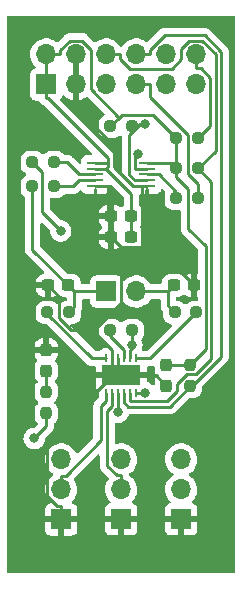
<source format=gtl>
G04 #@! TF.GenerationSoftware,KiCad,Pcbnew,6.0.9-8da3e8f707~116~ubuntu20.04.1*
G04 #@! TF.CreationDate,2023-03-04T01:14:13+01:00*
G04 #@! TF.ProjectId,dac_adc_pmod,6461635f-6164-4635-9f70-6d6f642e6b69,rev?*
G04 #@! TF.SameCoordinates,Original*
G04 #@! TF.FileFunction,Copper,L1,Top*
G04 #@! TF.FilePolarity,Positive*
%FSLAX46Y46*%
G04 Gerber Fmt 4.6, Leading zero omitted, Abs format (unit mm)*
G04 Created by KiCad (PCBNEW 6.0.9-8da3e8f707~116~ubuntu20.04.1) date 2023-03-04 01:14:13*
%MOMM*%
%LPD*%
G01*
G04 APERTURE LIST*
G04 Aperture macros list*
%AMRoundRect*
0 Rectangle with rounded corners*
0 $1 Rounding radius*
0 $2 $3 $4 $5 $6 $7 $8 $9 X,Y pos of 4 corners*
0 Add a 4 corners polygon primitive as box body*
4,1,4,$2,$3,$4,$5,$6,$7,$8,$9,$2,$3,0*
0 Add four circle primitives for the rounded corners*
1,1,$1+$1,$2,$3*
1,1,$1+$1,$4,$5*
1,1,$1+$1,$6,$7*
1,1,$1+$1,$8,$9*
0 Add four rect primitives between the rounded corners*
20,1,$1+$1,$2,$3,$4,$5,0*
20,1,$1+$1,$4,$5,$6,$7,0*
20,1,$1+$1,$6,$7,$8,$9,0*
20,1,$1+$1,$8,$9,$2,$3,0*%
G04 Aperture macros list end*
G04 #@! TA.AperFunction,SMDPad,CuDef*
%ADD10RoundRect,0.237500X0.237500X-0.250000X0.237500X0.250000X-0.237500X0.250000X-0.237500X-0.250000X0*%
G04 #@! TD*
G04 #@! TA.AperFunction,SMDPad,CuDef*
%ADD11RoundRect,0.237500X-0.237500X0.287500X-0.237500X-0.287500X0.237500X-0.287500X0.237500X0.287500X0*%
G04 #@! TD*
G04 #@! TA.AperFunction,SMDPad,CuDef*
%ADD12R,0.250000X0.700000*%
G04 #@! TD*
G04 #@! TA.AperFunction,SMDPad,CuDef*
%ADD13R,3.300000X1.700000*%
G04 #@! TD*
G04 #@! TA.AperFunction,SMDPad,CuDef*
%ADD14R,1.397000X0.279400*%
G04 #@! TD*
G04 #@! TA.AperFunction,SMDPad,CuDef*
%ADD15RoundRect,0.237500X-0.250000X-0.237500X0.250000X-0.237500X0.250000X0.237500X-0.250000X0.237500X0*%
G04 #@! TD*
G04 #@! TA.AperFunction,SMDPad,CuDef*
%ADD16RoundRect,0.237500X0.250000X0.237500X-0.250000X0.237500X-0.250000X-0.237500X0.250000X-0.237500X0*%
G04 #@! TD*
G04 #@! TA.AperFunction,ComponentPad*
%ADD17R,1.700000X1.700000*%
G04 #@! TD*
G04 #@! TA.AperFunction,ComponentPad*
%ADD18O,1.700000X1.700000*%
G04 #@! TD*
G04 #@! TA.AperFunction,SMDPad,CuDef*
%ADD19RoundRect,0.237500X0.300000X0.237500X-0.300000X0.237500X-0.300000X-0.237500X0.300000X-0.237500X0*%
G04 #@! TD*
G04 #@! TA.AperFunction,SMDPad,CuDef*
%ADD20RoundRect,0.237500X-0.300000X-0.237500X0.300000X-0.237500X0.300000X0.237500X-0.300000X0.237500X0*%
G04 #@! TD*
G04 #@! TA.AperFunction,SMDPad,CuDef*
%ADD21RoundRect,0.237500X-0.237500X0.300000X-0.237500X-0.300000X0.237500X-0.300000X0.237500X0.300000X0*%
G04 #@! TD*
G04 #@! TA.AperFunction,SMDPad,CuDef*
%ADD22RoundRect,0.237500X-0.237500X0.250000X-0.237500X-0.250000X0.237500X-0.250000X0.237500X0.250000X0*%
G04 #@! TD*
G04 #@! TA.AperFunction,ViaPad*
%ADD23C,0.800000*%
G04 #@! TD*
G04 #@! TA.AperFunction,Conductor*
%ADD24C,0.250000*%
G04 #@! TD*
G04 APERTURE END LIST*
D10*
X78740000Y-73556500D03*
X78740000Y-71731500D03*
D11*
X78740000Y-68213000D03*
X78740000Y-69963000D03*
D12*
X83840000Y-71805800D03*
X84340000Y-71805800D03*
X84840000Y-71805800D03*
X85340000Y-71805800D03*
X85840000Y-71805800D03*
X86340000Y-71805800D03*
X86340000Y-68910200D03*
X85840000Y-68910200D03*
X85340000Y-68910200D03*
X84840000Y-68910200D03*
X84340000Y-68910200D03*
X83840000Y-68910200D03*
D13*
X85090000Y-70358000D03*
D14*
X82905600Y-52339240D03*
X82905600Y-52839619D03*
X82905600Y-53340000D03*
X82905600Y-53840381D03*
X82905600Y-54340760D03*
X87274400Y-54340760D03*
X87274400Y-53840381D03*
X87274400Y-53340000D03*
X87274400Y-52839619D03*
X87274400Y-52339240D03*
D15*
X89765500Y-50292000D03*
X91590500Y-50292000D03*
D16*
X79398500Y-52324000D03*
X77573500Y-52324000D03*
D15*
X89615000Y-65024000D03*
X91440000Y-65024000D03*
D17*
X90170000Y-82535000D03*
D18*
X90170000Y-79995000D03*
X90170000Y-77455000D03*
D19*
X85952500Y-56896000D03*
X84227500Y-56896000D03*
X85952500Y-58674000D03*
X84227500Y-58674000D03*
D16*
X91590500Y-55372000D03*
X89765500Y-55372000D03*
X80668500Y-65024000D03*
X78843500Y-65024000D03*
D20*
X89561500Y-62738000D03*
X91286500Y-62738000D03*
D16*
X77573500Y-54356000D03*
X79398500Y-54356000D03*
D17*
X80010000Y-82550000D03*
D18*
X80010000Y-80010000D03*
X80010000Y-77470000D03*
D19*
X80618500Y-62738000D03*
X78893500Y-62738000D03*
D15*
X84177500Y-49276000D03*
X86002500Y-49276000D03*
D16*
X86002500Y-66548000D03*
X84177500Y-66548000D03*
D17*
X78740000Y-45720000D03*
D18*
X78740000Y-43180000D03*
X81280000Y-45720000D03*
X81280000Y-43180000D03*
X83820000Y-45720000D03*
X83820000Y-43180000D03*
X86360000Y-45720000D03*
X86360000Y-43180000D03*
X88900000Y-45720000D03*
X88900000Y-43180000D03*
X91440000Y-45720000D03*
X91440000Y-43180000D03*
D17*
X85090000Y-82535000D03*
D18*
X85090000Y-79995000D03*
X85090000Y-77455000D03*
D15*
X89765500Y-52832000D03*
X91590500Y-52832000D03*
D17*
X83820000Y-63246000D03*
D18*
X86360000Y-63246000D03*
D21*
X88900000Y-69495500D03*
X88900000Y-71220500D03*
D22*
X90932000Y-69445500D03*
X90932000Y-71270500D03*
D23*
X77724000Y-75692000D03*
X86360000Y-40640000D03*
X81280000Y-40640000D03*
X91186000Y-61214000D03*
X77216000Y-62738000D03*
X82296000Y-70358000D03*
X87630000Y-70358000D03*
X82550000Y-55880000D03*
X87069900Y-71805800D03*
X84840000Y-73451700D03*
X87102400Y-49059000D03*
X86506600Y-51582100D03*
X79962405Y-58118405D03*
X85978000Y-67792000D03*
D24*
X78740000Y-68213000D02*
X78740000Y-67056000D01*
X78740000Y-67056000D02*
X77216000Y-65532000D01*
X77216000Y-65532000D02*
X77216000Y-62738000D01*
X78893500Y-62738000D02*
X77216000Y-62738000D01*
X78740000Y-74676000D02*
X77724000Y-75692000D01*
X78740000Y-73556500D02*
X78740000Y-74676000D01*
X78740000Y-69963000D02*
X78740000Y-71731500D01*
X79962405Y-58118405D02*
X78386000Y-56542000D01*
X78386000Y-56542000D02*
X78386000Y-53136500D01*
X78386000Y-53136500D02*
X77573500Y-52324000D01*
X80618500Y-62738000D02*
X77573500Y-59693000D01*
X77573500Y-59693000D02*
X77573500Y-54356000D01*
X82905600Y-53840381D02*
X81541619Y-53840381D01*
X81541619Y-53840381D02*
X81026000Y-54356000D01*
X81026000Y-54356000D02*
X79398500Y-54356000D01*
X81534000Y-53340000D02*
X80518000Y-52324000D01*
X82905600Y-53340000D02*
X81534000Y-53340000D01*
X80518000Y-52324000D02*
X79398500Y-52324000D01*
X87630000Y-70358000D02*
X85090000Y-70358000D01*
X89765500Y-54807300D02*
X88298200Y-53340000D01*
X89765500Y-55372000D02*
X89765500Y-54807300D01*
X87274400Y-53340000D02*
X88298200Y-53340000D01*
X82604200Y-68910200D02*
X83840000Y-68910200D01*
X78843500Y-65149500D02*
X82604200Y-68910200D01*
X78843500Y-65024000D02*
X78843500Y-65149500D01*
X87553800Y-68910200D02*
X86340000Y-68910200D01*
X91440000Y-65024000D02*
X87553800Y-68910200D01*
X85340000Y-68179800D02*
X85340000Y-68910200D01*
X84177500Y-67017300D02*
X85340000Y-68179800D01*
X84177500Y-66548000D02*
X84177500Y-67017300D01*
X80010000Y-80010000D02*
X80010000Y-78834700D01*
X83840000Y-71805800D02*
X83840000Y-72481100D01*
X80377300Y-78834700D02*
X80010000Y-78834700D01*
X83373600Y-75838400D02*
X80377300Y-78834700D01*
X83373600Y-72947500D02*
X83373600Y-75838400D01*
X83840000Y-72481100D02*
X83373600Y-72947500D01*
X85090000Y-79995000D02*
X85090000Y-78819700D01*
X84722700Y-78819700D02*
X85090000Y-78819700D01*
X83892000Y-77989000D02*
X84722700Y-78819700D01*
X83892000Y-73364800D02*
X83892000Y-77989000D01*
X84340000Y-72916800D02*
X83892000Y-73364800D01*
X84340000Y-71805800D02*
X84340000Y-72916800D01*
X87069900Y-71805800D02*
X86340000Y-71805800D01*
X91440000Y-43180000D02*
X91440000Y-44355300D01*
X92623300Y-49259200D02*
X91590500Y-50292000D01*
X92623300Y-45171300D02*
X92623300Y-49259200D01*
X91807300Y-44355300D02*
X92623300Y-45171300D01*
X91440000Y-44355300D02*
X91807300Y-44355300D01*
X84840000Y-73451700D02*
X84840000Y-71805800D01*
X87274400Y-53840400D02*
X86250600Y-53840400D01*
X85774800Y-49990900D02*
X86246100Y-49519600D01*
X85774800Y-53364600D02*
X85774800Y-49990900D01*
X86250600Y-53840400D02*
X85774800Y-53364600D01*
X86246100Y-49519600D02*
X86002500Y-49276000D01*
X86706700Y-49059000D02*
X86246100Y-49519600D01*
X87102400Y-49059000D02*
X86706700Y-49059000D01*
X86360000Y-43180000D02*
X87535300Y-43180000D01*
X89217700Y-72984800D02*
X90932000Y-71270500D01*
X85685900Y-72984800D02*
X89217700Y-72984800D01*
X85340000Y-72638900D02*
X85685900Y-72984800D01*
X85340000Y-71805800D02*
X85340000Y-72638900D01*
X87535300Y-42812600D02*
X87535300Y-43180000D01*
X88793500Y-41554400D02*
X87535300Y-42812600D01*
X92143200Y-41554400D02*
X88793500Y-41554400D01*
X93573300Y-42984500D02*
X92143200Y-41554400D01*
X93573300Y-68761100D02*
X93573300Y-42984500D01*
X91063900Y-71270500D02*
X93573300Y-68761100D01*
X90932000Y-71270500D02*
X91063900Y-71270500D01*
X91590500Y-54116800D02*
X91590500Y-55372000D01*
X90776800Y-53303100D02*
X91590500Y-54116800D01*
X90776800Y-50012300D02*
X90776800Y-53303100D01*
X87535300Y-46770800D02*
X90776800Y-50012300D01*
X87535300Y-45720000D02*
X87535300Y-46770800D01*
X86360000Y-45720000D02*
X87535300Y-45720000D01*
X85893300Y-72534400D02*
X85840000Y-72481100D01*
X88950200Y-72534400D02*
X85893300Y-72534400D01*
X89838500Y-71646100D02*
X88950200Y-72534400D01*
X89838500Y-71079100D02*
X89838500Y-71646100D01*
X90658300Y-70259300D02*
X89838500Y-71079100D01*
X91438200Y-70259300D02*
X90658300Y-70259300D01*
X92704400Y-68993100D02*
X91438200Y-70259300D01*
X92704400Y-53945900D02*
X92704400Y-68993100D01*
X91590500Y-52832000D02*
X92704400Y-53945900D01*
X85840000Y-71805800D02*
X85840000Y-72481100D01*
X93105700Y-51316800D02*
X91590500Y-52832000D01*
X93105700Y-43153800D02*
X93105700Y-51316800D01*
X91956600Y-42004700D02*
X93105700Y-43153800D01*
X90856900Y-42004700D02*
X91956600Y-42004700D01*
X90170000Y-42691600D02*
X90856900Y-42004700D01*
X90170000Y-43574800D02*
X90170000Y-42691600D01*
X89349500Y-44395300D02*
X90170000Y-43574800D01*
X85843300Y-44395300D02*
X89349500Y-44395300D01*
X84995300Y-43547300D02*
X85843300Y-44395300D01*
X84995300Y-43180000D02*
X84995300Y-43547300D01*
X83820000Y-43180000D02*
X84995300Y-43180000D01*
X87274400Y-52839600D02*
X86250600Y-52839600D01*
X86250600Y-51838100D02*
X86250600Y-52839600D01*
X86506600Y-51582100D02*
X86250600Y-51838100D01*
X89053500Y-64462500D02*
X89615000Y-65024000D01*
X89053500Y-63246000D02*
X89053500Y-64462500D01*
X86360000Y-63246000D02*
X89053500Y-63246000D01*
X89053500Y-63246000D02*
X89561500Y-62738000D01*
X81126500Y-64566000D02*
X80668500Y-65024000D01*
X81126500Y-63246000D02*
X81126500Y-64566000D01*
X83820000Y-63246000D02*
X81126500Y-63246000D01*
X80618500Y-62738000D02*
X81126500Y-63246000D01*
X88037500Y-70358000D02*
X87630000Y-70358000D01*
X88900000Y-71220500D02*
X88037500Y-70358000D01*
X85090000Y-70358000D02*
X84577600Y-70358000D01*
X80010000Y-82550000D02*
X80010000Y-81374700D01*
X84340000Y-68910200D02*
X84340000Y-68234900D01*
X82905600Y-54340800D02*
X83929400Y-54340800D01*
X84227500Y-58674000D02*
X84227500Y-56896000D01*
X83929400Y-56597900D02*
X83929400Y-54340800D01*
X84227500Y-56896000D02*
X83929400Y-56597900D01*
X84518200Y-70298600D02*
X84399400Y-70298600D01*
X84577600Y-70358000D02*
X84518200Y-70298600D01*
X79642600Y-81374700D02*
X80010000Y-81374700D01*
X78834700Y-80566800D02*
X79642600Y-81374700D01*
X78834700Y-75863300D02*
X78834700Y-80566800D01*
X84399400Y-70298600D02*
X78834700Y-75863300D01*
X84840000Y-68910200D02*
X84840000Y-69585500D01*
X84399400Y-70298600D02*
X84399400Y-69585500D01*
X84340000Y-69585500D02*
X84399400Y-69585500D01*
X84399400Y-69585500D02*
X84840000Y-69585500D01*
X84340000Y-68910200D02*
X84340000Y-69585500D01*
X79854800Y-63699300D02*
X78893500Y-62738000D01*
X79854800Y-65523900D02*
X79854800Y-63699300D01*
X80814700Y-66483800D02*
X79854800Y-65523900D01*
X82751300Y-66483800D02*
X80814700Y-66483800D01*
X82751300Y-66646200D02*
X82751300Y-66483800D01*
X84340000Y-68234900D02*
X82751300Y-66646200D01*
X86828900Y-54340800D02*
X87274400Y-54340800D01*
X85034900Y-64200200D02*
X85034900Y-59481400D01*
X82751300Y-66483800D02*
X85034900Y-64200200D01*
X85034900Y-59481400D02*
X84227500Y-58674000D01*
X86828900Y-54340800D02*
X86828900Y-59403800D01*
X87952300Y-59403800D02*
X86828900Y-59403800D01*
X91286500Y-62738000D02*
X87952300Y-59403800D01*
X86751300Y-59481400D02*
X85034900Y-59481400D01*
X86828900Y-59403800D02*
X86751300Y-59481400D01*
X81280000Y-47663300D02*
X81280000Y-45720000D01*
X84513800Y-50897100D02*
X81280000Y-47663300D01*
X84513800Y-52740500D02*
X84513800Y-50897100D01*
X86114100Y-54340800D02*
X84513800Y-52740500D01*
X86828900Y-54340800D02*
X86114100Y-54340800D01*
X81280000Y-45720000D02*
X81280000Y-43180000D01*
X85952500Y-58674000D02*
X85952500Y-56896000D01*
X83417500Y-52839600D02*
X83406000Y-52839600D01*
X82905600Y-52839600D02*
X83406000Y-52839600D01*
X82905600Y-52339200D02*
X83929400Y-52339200D01*
X83417500Y-52839600D02*
X83777800Y-52839600D01*
X89765500Y-52339200D02*
X88298200Y-52339200D01*
X89765500Y-52832000D02*
X89765500Y-52339200D01*
X85840000Y-68910200D02*
X85840000Y-68234900D01*
X87274400Y-52339200D02*
X88298200Y-52339200D01*
X78740000Y-43180000D02*
X78740000Y-45720000D01*
X89765500Y-52339200D02*
X89765500Y-50292000D01*
X83929400Y-52688000D02*
X83929400Y-52339200D01*
X83777800Y-52839600D02*
X83929400Y-52688000D01*
X85952500Y-55014300D02*
X85952500Y-56896000D01*
X83777800Y-52839600D02*
X85952500Y-55014300D01*
X78872300Y-46895300D02*
X78740000Y-46895300D01*
X83929400Y-51952400D02*
X78872300Y-46895300D01*
X83929400Y-52339200D02*
X83929400Y-51952400D01*
X78740000Y-45720000D02*
X78740000Y-46895300D01*
X78740000Y-43180000D02*
X79915300Y-43180000D01*
X79915300Y-42812600D02*
X79915300Y-43180000D01*
X80723200Y-42004700D02*
X79915300Y-42812600D01*
X81785300Y-42004700D02*
X80723200Y-42004700D01*
X82550000Y-42769400D02*
X81785300Y-42004700D01*
X82550000Y-46130700D02*
X82550000Y-42769400D01*
X84936400Y-48517100D02*
X82550000Y-46130700D01*
X84936400Y-48517100D02*
X84177500Y-49276000D01*
X85978000Y-68096900D02*
X85840000Y-68234900D01*
X85978000Y-67792000D02*
X85978000Y-68096900D01*
X85119800Y-48333700D02*
X84936400Y-48517100D01*
X87807200Y-48333700D02*
X85119800Y-48333700D01*
X89765500Y-50292000D02*
X87807200Y-48333700D01*
X86002500Y-67767500D02*
X85978000Y-67792000D01*
X86002500Y-66548000D02*
X86002500Y-67767500D01*
X88950000Y-69445500D02*
X88900000Y-69495500D01*
X90932000Y-69445500D02*
X88950000Y-69445500D01*
X89765500Y-53584800D02*
X89765500Y-52832000D01*
X90776700Y-54596000D02*
X89765500Y-53584800D01*
X90776700Y-57953400D02*
X90776700Y-54596000D01*
X92253900Y-59430600D02*
X90776700Y-57953400D01*
X92253900Y-68123600D02*
X92253900Y-59430600D01*
X90932000Y-69445500D02*
X92253900Y-68123600D01*
G04 #@! TA.AperFunction,Conductor*
G36*
X94683621Y-39898502D02*
G01*
X94730114Y-39952158D01*
X94741500Y-40004500D01*
X94741500Y-86995500D01*
X94721498Y-87063621D01*
X94667842Y-87110114D01*
X94615500Y-87121500D01*
X75564500Y-87121500D01*
X75496379Y-87101498D01*
X75449886Y-87047842D01*
X75438500Y-86995500D01*
X75438500Y-83444669D01*
X78652001Y-83444669D01*
X78652371Y-83451490D01*
X78657895Y-83502352D01*
X78661521Y-83517604D01*
X78706676Y-83638054D01*
X78715214Y-83653649D01*
X78791715Y-83755724D01*
X78804276Y-83768285D01*
X78906351Y-83844786D01*
X78921946Y-83853324D01*
X79042394Y-83898478D01*
X79057649Y-83902105D01*
X79108514Y-83907631D01*
X79115328Y-83908000D01*
X79737885Y-83908000D01*
X79753124Y-83903525D01*
X79754329Y-83902135D01*
X79756000Y-83894452D01*
X79756000Y-83889884D01*
X80264000Y-83889884D01*
X80268475Y-83905123D01*
X80269865Y-83906328D01*
X80277548Y-83907999D01*
X80904669Y-83907999D01*
X80911490Y-83907629D01*
X80962352Y-83902105D01*
X80977604Y-83898479D01*
X81098054Y-83853324D01*
X81113649Y-83844786D01*
X81215724Y-83768285D01*
X81228285Y-83755724D01*
X81304786Y-83653649D01*
X81313324Y-83638054D01*
X81358478Y-83517606D01*
X81362105Y-83502351D01*
X81367631Y-83451486D01*
X81368000Y-83444672D01*
X81368000Y-83429669D01*
X83732001Y-83429669D01*
X83732371Y-83436490D01*
X83737895Y-83487352D01*
X83741521Y-83502604D01*
X83786676Y-83623054D01*
X83795214Y-83638649D01*
X83871715Y-83740724D01*
X83884276Y-83753285D01*
X83986351Y-83829786D01*
X84001946Y-83838324D01*
X84122394Y-83883478D01*
X84137649Y-83887105D01*
X84188514Y-83892631D01*
X84195328Y-83893000D01*
X84817885Y-83893000D01*
X84833124Y-83888525D01*
X84834329Y-83887135D01*
X84836000Y-83879452D01*
X84836000Y-83874884D01*
X85344000Y-83874884D01*
X85348475Y-83890123D01*
X85349865Y-83891328D01*
X85357548Y-83892999D01*
X85984669Y-83892999D01*
X85991490Y-83892629D01*
X86042352Y-83887105D01*
X86057604Y-83883479D01*
X86178054Y-83838324D01*
X86193649Y-83829786D01*
X86295724Y-83753285D01*
X86308285Y-83740724D01*
X86384786Y-83638649D01*
X86393324Y-83623054D01*
X86438478Y-83502606D01*
X86442105Y-83487351D01*
X86447631Y-83436486D01*
X86448000Y-83429672D01*
X86448000Y-83429669D01*
X88812001Y-83429669D01*
X88812371Y-83436490D01*
X88817895Y-83487352D01*
X88821521Y-83502604D01*
X88866676Y-83623054D01*
X88875214Y-83638649D01*
X88951715Y-83740724D01*
X88964276Y-83753285D01*
X89066351Y-83829786D01*
X89081946Y-83838324D01*
X89202394Y-83883478D01*
X89217649Y-83887105D01*
X89268514Y-83892631D01*
X89275328Y-83893000D01*
X89897885Y-83893000D01*
X89913124Y-83888525D01*
X89914329Y-83887135D01*
X89916000Y-83879452D01*
X89916000Y-83874884D01*
X90424000Y-83874884D01*
X90428475Y-83890123D01*
X90429865Y-83891328D01*
X90437548Y-83892999D01*
X91064669Y-83892999D01*
X91071490Y-83892629D01*
X91122352Y-83887105D01*
X91137604Y-83883479D01*
X91258054Y-83838324D01*
X91273649Y-83829786D01*
X91375724Y-83753285D01*
X91388285Y-83740724D01*
X91464786Y-83638649D01*
X91473324Y-83623054D01*
X91518478Y-83502606D01*
X91522105Y-83487351D01*
X91527631Y-83436486D01*
X91528000Y-83429672D01*
X91528000Y-82807115D01*
X91523525Y-82791876D01*
X91522135Y-82790671D01*
X91514452Y-82789000D01*
X90442115Y-82789000D01*
X90426876Y-82793475D01*
X90425671Y-82794865D01*
X90424000Y-82802548D01*
X90424000Y-83874884D01*
X89916000Y-83874884D01*
X89916000Y-82807115D01*
X89911525Y-82791876D01*
X89910135Y-82790671D01*
X89902452Y-82789000D01*
X88830116Y-82789000D01*
X88814877Y-82793475D01*
X88813672Y-82794865D01*
X88812001Y-82802548D01*
X88812001Y-83429669D01*
X86448000Y-83429669D01*
X86448000Y-82807115D01*
X86443525Y-82791876D01*
X86442135Y-82790671D01*
X86434452Y-82789000D01*
X85362115Y-82789000D01*
X85346876Y-82793475D01*
X85345671Y-82794865D01*
X85344000Y-82802548D01*
X85344000Y-83874884D01*
X84836000Y-83874884D01*
X84836000Y-82807115D01*
X84831525Y-82791876D01*
X84830135Y-82790671D01*
X84822452Y-82789000D01*
X83750116Y-82789000D01*
X83734877Y-82793475D01*
X83733672Y-82794865D01*
X83732001Y-82802548D01*
X83732001Y-83429669D01*
X81368000Y-83429669D01*
X81368000Y-82822115D01*
X81363525Y-82806876D01*
X81362135Y-82805671D01*
X81354452Y-82804000D01*
X80282115Y-82804000D01*
X80266876Y-82808475D01*
X80265671Y-82809865D01*
X80264000Y-82817548D01*
X80264000Y-83889884D01*
X79756000Y-83889884D01*
X79756000Y-82822115D01*
X79751525Y-82806876D01*
X79750135Y-82805671D01*
X79742452Y-82804000D01*
X78670116Y-82804000D01*
X78654877Y-82808475D01*
X78653672Y-82809865D01*
X78652001Y-82817548D01*
X78652001Y-83444669D01*
X75438500Y-83444669D01*
X75438500Y-75692000D01*
X76810496Y-75692000D01*
X76830458Y-75881928D01*
X76889473Y-76063556D01*
X76892776Y-76069278D01*
X76892777Y-76069279D01*
X76909262Y-76097831D01*
X76984960Y-76228944D01*
X77112747Y-76370866D01*
X77197620Y-76432530D01*
X77218266Y-76447530D01*
X77267248Y-76483118D01*
X77273276Y-76485802D01*
X77273278Y-76485803D01*
X77435681Y-76558109D01*
X77441712Y-76560794D01*
X77535113Y-76580647D01*
X77622056Y-76599128D01*
X77622061Y-76599128D01*
X77628513Y-76600500D01*
X77819487Y-76600500D01*
X77825939Y-76599128D01*
X77825944Y-76599128D01*
X77912887Y-76580647D01*
X78006288Y-76560794D01*
X78012319Y-76558109D01*
X78174722Y-76485803D01*
X78174724Y-76485802D01*
X78180752Y-76483118D01*
X78229735Y-76447530D01*
X78250380Y-76432530D01*
X78335253Y-76370866D01*
X78463040Y-76228944D01*
X78538738Y-76097831D01*
X78555223Y-76069279D01*
X78555224Y-76069278D01*
X78558527Y-76063556D01*
X78617542Y-75881928D01*
X78634907Y-75716708D01*
X78661920Y-75651051D01*
X78671122Y-75640782D01*
X79132258Y-75179647D01*
X79140537Y-75172113D01*
X79147018Y-75168000D01*
X79193644Y-75118348D01*
X79196398Y-75115507D01*
X79216135Y-75095770D01*
X79218615Y-75092573D01*
X79226320Y-75083551D01*
X79251159Y-75057100D01*
X79256586Y-75051321D01*
X79260405Y-75044375D01*
X79260407Y-75044372D01*
X79266348Y-75033566D01*
X79277199Y-75017047D01*
X79284758Y-75007301D01*
X79289614Y-75001041D01*
X79292759Y-74993772D01*
X79292762Y-74993768D01*
X79307174Y-74960463D01*
X79312391Y-74949813D01*
X79333695Y-74911060D01*
X79338733Y-74891437D01*
X79345137Y-74872734D01*
X79350033Y-74861420D01*
X79350033Y-74861419D01*
X79353181Y-74854145D01*
X79354420Y-74846322D01*
X79354423Y-74846312D01*
X79360099Y-74810476D01*
X79362505Y-74798856D01*
X79371528Y-74763711D01*
X79371528Y-74763710D01*
X79373500Y-74756030D01*
X79373500Y-74735776D01*
X79375051Y-74716065D01*
X79376980Y-74703886D01*
X79378220Y-74696057D01*
X79374059Y-74652038D01*
X79373500Y-74640181D01*
X79373500Y-74508964D01*
X79393502Y-74440843D01*
X79433196Y-74401821D01*
X79444031Y-74395116D01*
X79480256Y-74358828D01*
X79561758Y-74277184D01*
X79561762Y-74277179D01*
X79566929Y-74272003D01*
X79651719Y-74134449D01*
X79654369Y-74130150D01*
X79654370Y-74130148D01*
X79658209Y-74123920D01*
X79712974Y-73958809D01*
X79723500Y-73856072D01*
X79723500Y-73256928D01*
X79712707Y-73152907D01*
X79657654Y-72987893D01*
X79566116Y-72839969D01*
X79539124Y-72813024D01*
X79459214Y-72733253D01*
X79425135Y-72670970D01*
X79430138Y-72600150D01*
X79459059Y-72555063D01*
X79561754Y-72452188D01*
X79561758Y-72452183D01*
X79566929Y-72447003D01*
X79570770Y-72440772D01*
X79654369Y-72305150D01*
X79654370Y-72305148D01*
X79658209Y-72298920D01*
X79712974Y-72133809D01*
X79723500Y-72031072D01*
X79723500Y-71431928D01*
X79712707Y-71327907D01*
X79708336Y-71314804D01*
X79659972Y-71169841D01*
X79657654Y-71162893D01*
X79566116Y-71014969D01*
X79506214Y-70955171D01*
X79472134Y-70892889D01*
X79477137Y-70822069D01*
X79506058Y-70776980D01*
X79561758Y-70721183D01*
X79566929Y-70716003D01*
X79574464Y-70703779D01*
X79654369Y-70574150D01*
X79654370Y-70574148D01*
X79658209Y-70567920D01*
X79712974Y-70402809D01*
X79723500Y-70300072D01*
X79723500Y-69625928D01*
X79715381Y-69547674D01*
X79713419Y-69528765D01*
X79713418Y-69528761D01*
X79712707Y-69521907D01*
X79707356Y-69505866D01*
X79659972Y-69363841D01*
X79657654Y-69356893D01*
X79566116Y-69208969D01*
X79533859Y-69176769D01*
X79499780Y-69114488D01*
X79504782Y-69043668D01*
X79533704Y-68998578D01*
X79561363Y-68970871D01*
X79570375Y-68959460D01*
X79653912Y-68823937D01*
X79660056Y-68810759D01*
X79710315Y-68659234D01*
X79713181Y-68645868D01*
X79722672Y-68553230D01*
X79723000Y-68546815D01*
X79723000Y-68485115D01*
X79718525Y-68469876D01*
X79717135Y-68468671D01*
X79709452Y-68467000D01*
X77775115Y-68467000D01*
X77759876Y-68471475D01*
X77758671Y-68472865D01*
X77757000Y-68480548D01*
X77757000Y-68546766D01*
X77757337Y-68553282D01*
X77767075Y-68647132D01*
X77769968Y-68660528D01*
X77820488Y-68811953D01*
X77826653Y-68825115D01*
X77910426Y-68960492D01*
X77919464Y-68971895D01*
X77946140Y-68998525D01*
X77980219Y-69060807D01*
X77975216Y-69131627D01*
X77946295Y-69176715D01*
X77913071Y-69209997D01*
X77909231Y-69216227D01*
X77909230Y-69216228D01*
X77826364Y-69350662D01*
X77821791Y-69358080D01*
X77767026Y-69523191D01*
X77766326Y-69530027D01*
X77766325Y-69530030D01*
X77764441Y-69548420D01*
X77756500Y-69625928D01*
X77756500Y-70300072D01*
X77756837Y-70303318D01*
X77756837Y-70303322D01*
X77765305Y-70384929D01*
X77767293Y-70404093D01*
X77822346Y-70569107D01*
X77913884Y-70717031D01*
X77958698Y-70761766D01*
X77973786Y-70776828D01*
X78007866Y-70839111D01*
X78002863Y-70909931D01*
X77973943Y-70955019D01*
X77913071Y-71015997D01*
X77909231Y-71022227D01*
X77909230Y-71022228D01*
X77826364Y-71156662D01*
X77821791Y-71164080D01*
X77767026Y-71329191D01*
X77766326Y-71336027D01*
X77766325Y-71336030D01*
X77763153Y-71366994D01*
X77756500Y-71431928D01*
X77756500Y-72031072D01*
X77756837Y-72034318D01*
X77756837Y-72034322D01*
X77764998Y-72112970D01*
X77767293Y-72135093D01*
X77822346Y-72300107D01*
X77913884Y-72448031D01*
X77919066Y-72453204D01*
X78020786Y-72554747D01*
X78054865Y-72617030D01*
X78049862Y-72687850D01*
X78020941Y-72732937D01*
X77918246Y-72835812D01*
X77918242Y-72835817D01*
X77913071Y-72840997D01*
X77909231Y-72847227D01*
X77909230Y-72847228D01*
X77826364Y-72981662D01*
X77821791Y-72989080D01*
X77767026Y-73154191D01*
X77756500Y-73256928D01*
X77756500Y-73856072D01*
X77767293Y-73960093D01*
X77769474Y-73966629D01*
X77769474Y-73966631D01*
X77776818Y-73988644D01*
X77822346Y-74125107D01*
X77913884Y-74273031D01*
X77919066Y-74278204D01*
X77991369Y-74350381D01*
X78025448Y-74412663D01*
X78020445Y-74483484D01*
X77991446Y-74528650D01*
X77773499Y-74746596D01*
X77711187Y-74780621D01*
X77684404Y-74783500D01*
X77628513Y-74783500D01*
X77622061Y-74784872D01*
X77622056Y-74784872D01*
X77556269Y-74798856D01*
X77441712Y-74823206D01*
X77435682Y-74825891D01*
X77435681Y-74825891D01*
X77273278Y-74898197D01*
X77273276Y-74898198D01*
X77267248Y-74900882D01*
X77112747Y-75013134D01*
X77108326Y-75018044D01*
X77108325Y-75018045D01*
X77035817Y-75098574D01*
X76984960Y-75155056D01*
X76889473Y-75320444D01*
X76830458Y-75502072D01*
X76829768Y-75508633D01*
X76829768Y-75508635D01*
X76815879Y-75640782D01*
X76810496Y-75692000D01*
X75438500Y-75692000D01*
X75438500Y-67940885D01*
X77757000Y-67940885D01*
X77761475Y-67956124D01*
X77762865Y-67957329D01*
X77770548Y-67959000D01*
X78467885Y-67959000D01*
X78483124Y-67954525D01*
X78484329Y-67953135D01*
X78486000Y-67945452D01*
X78486000Y-67940885D01*
X78994000Y-67940885D01*
X78998475Y-67956124D01*
X78999865Y-67957329D01*
X79007548Y-67959000D01*
X79704885Y-67959000D01*
X79720124Y-67954525D01*
X79721329Y-67953135D01*
X79723000Y-67945452D01*
X79723000Y-67879234D01*
X79722663Y-67872718D01*
X79712925Y-67778868D01*
X79710032Y-67765472D01*
X79659512Y-67614047D01*
X79653347Y-67600885D01*
X79569574Y-67465508D01*
X79560540Y-67454110D01*
X79447871Y-67341637D01*
X79436460Y-67332625D01*
X79300937Y-67249088D01*
X79287759Y-67242944D01*
X79136234Y-67192685D01*
X79122868Y-67189819D01*
X79030230Y-67180328D01*
X79023815Y-67180000D01*
X79012115Y-67180000D01*
X78996876Y-67184475D01*
X78995671Y-67185865D01*
X78994000Y-67193548D01*
X78994000Y-67940885D01*
X78486000Y-67940885D01*
X78486000Y-67198115D01*
X78481525Y-67182876D01*
X78480135Y-67181671D01*
X78472452Y-67180000D01*
X78456234Y-67180000D01*
X78449718Y-67180337D01*
X78355868Y-67190075D01*
X78342472Y-67192968D01*
X78191047Y-67243488D01*
X78177885Y-67249653D01*
X78042508Y-67333426D01*
X78031110Y-67342460D01*
X77918637Y-67455129D01*
X77909625Y-67466540D01*
X77826088Y-67602063D01*
X77819944Y-67615241D01*
X77769685Y-67766766D01*
X77766819Y-67780132D01*
X77757328Y-67872770D01*
X77757000Y-67879185D01*
X77757000Y-67940885D01*
X75438500Y-67940885D01*
X75438500Y-63021766D01*
X77848000Y-63021766D01*
X77848337Y-63028282D01*
X77858075Y-63122132D01*
X77860968Y-63135528D01*
X77911488Y-63286953D01*
X77917653Y-63300115D01*
X78001426Y-63435492D01*
X78010460Y-63446890D01*
X78123129Y-63559363D01*
X78134540Y-63568375D01*
X78270063Y-63651912D01*
X78283241Y-63658056D01*
X78434766Y-63708315D01*
X78448132Y-63711181D01*
X78540770Y-63720672D01*
X78547185Y-63721000D01*
X78621385Y-63721000D01*
X78636624Y-63716525D01*
X78637829Y-63715135D01*
X78639500Y-63707452D01*
X78639500Y-63010115D01*
X78635025Y-62994876D01*
X78633635Y-62993671D01*
X78625952Y-62992000D01*
X77866115Y-62992000D01*
X77850876Y-62996475D01*
X77849671Y-62997865D01*
X77848000Y-63005548D01*
X77848000Y-63021766D01*
X75438500Y-63021766D01*
X75438500Y-54643072D01*
X76577500Y-54643072D01*
X76577837Y-54646318D01*
X76577837Y-54646322D01*
X76587011Y-54734736D01*
X76588293Y-54747093D01*
X76643346Y-54912107D01*
X76734884Y-55060031D01*
X76857997Y-55182929D01*
X76864224Y-55186767D01*
X76864226Y-55186769D01*
X76880116Y-55196564D01*
X76927609Y-55249336D01*
X76940000Y-55303824D01*
X76940000Y-59614233D01*
X76939473Y-59625416D01*
X76937798Y-59632909D01*
X76938047Y-59640835D01*
X76938047Y-59640836D01*
X76939938Y-59700986D01*
X76940000Y-59704945D01*
X76940000Y-59732856D01*
X76940497Y-59736790D01*
X76940497Y-59736791D01*
X76940505Y-59736856D01*
X76941438Y-59748693D01*
X76942827Y-59792889D01*
X76948478Y-59812339D01*
X76952487Y-59831700D01*
X76955026Y-59851797D01*
X76957945Y-59859168D01*
X76957945Y-59859170D01*
X76971304Y-59892912D01*
X76975149Y-59904142D01*
X76987482Y-59946593D01*
X76991515Y-59953412D01*
X76991517Y-59953417D01*
X76997793Y-59964028D01*
X77006488Y-59981776D01*
X77013948Y-60000617D01*
X77018610Y-60007033D01*
X77018610Y-60007034D01*
X77039936Y-60036387D01*
X77046452Y-60046307D01*
X77068958Y-60084362D01*
X77083279Y-60098683D01*
X77096119Y-60113716D01*
X77108028Y-60130107D01*
X77114134Y-60135158D01*
X77142105Y-60158298D01*
X77150884Y-60166288D01*
X78534094Y-61549498D01*
X78568120Y-61611810D01*
X78563055Y-61682625D01*
X78520508Y-61739461D01*
X78458003Y-61763920D01*
X78446868Y-61765075D01*
X78433472Y-61767968D01*
X78282047Y-61818488D01*
X78268885Y-61824653D01*
X78133508Y-61908426D01*
X78122110Y-61917460D01*
X78009637Y-62030129D01*
X78000625Y-62041540D01*
X77917088Y-62177063D01*
X77910944Y-62190241D01*
X77860685Y-62341766D01*
X77857819Y-62355132D01*
X77848328Y-62447770D01*
X77848000Y-62454185D01*
X77848000Y-62465885D01*
X77852475Y-62481124D01*
X77853865Y-62482329D01*
X77861548Y-62484000D01*
X79021500Y-62484000D01*
X79089621Y-62504002D01*
X79136114Y-62557658D01*
X79147500Y-62610000D01*
X79147500Y-63702885D01*
X79151975Y-63718124D01*
X79153365Y-63719329D01*
X79161048Y-63721000D01*
X79239766Y-63721000D01*
X79246282Y-63720663D01*
X79340132Y-63710925D01*
X79353528Y-63708032D01*
X79504953Y-63657512D01*
X79518115Y-63651347D01*
X79653492Y-63567574D01*
X79664894Y-63558536D01*
X79666567Y-63556861D01*
X79667993Y-63556081D01*
X79670627Y-63553993D01*
X79670984Y-63554444D01*
X79728849Y-63522781D01*
X79799669Y-63527784D01*
X79844754Y-63556701D01*
X79847421Y-63559363D01*
X79852997Y-63564929D01*
X80001080Y-63656209D01*
X80166191Y-63710974D01*
X80173027Y-63711674D01*
X80173030Y-63711675D01*
X80220370Y-63716525D01*
X80268928Y-63721500D01*
X80367000Y-63721500D01*
X80435121Y-63741502D01*
X80481614Y-63795158D01*
X80493000Y-63847500D01*
X80493000Y-63914600D01*
X80472998Y-63982721D01*
X80419342Y-64029214D01*
X80373510Y-64040432D01*
X80372195Y-64040500D01*
X80368928Y-64040500D01*
X80365681Y-64040837D01*
X80365679Y-64040837D01*
X80271765Y-64050581D01*
X80271761Y-64050582D01*
X80264907Y-64051293D01*
X80258371Y-64053474D01*
X80258369Y-64053474D01*
X80125605Y-64097768D01*
X80099893Y-64106346D01*
X79951969Y-64197884D01*
X79946796Y-64203066D01*
X79845253Y-64304786D01*
X79782970Y-64338865D01*
X79712150Y-64333862D01*
X79667063Y-64304941D01*
X79564188Y-64202246D01*
X79564183Y-64202242D01*
X79559003Y-64197071D01*
X79552772Y-64193230D01*
X79417150Y-64109631D01*
X79417148Y-64109630D01*
X79410920Y-64105791D01*
X79245809Y-64051026D01*
X79238973Y-64050326D01*
X79238970Y-64050325D01*
X79187474Y-64045049D01*
X79143072Y-64040500D01*
X78543928Y-64040500D01*
X78540682Y-64040837D01*
X78540678Y-64040837D01*
X78446765Y-64050581D01*
X78446761Y-64050582D01*
X78439907Y-64051293D01*
X78433371Y-64053474D01*
X78433369Y-64053474D01*
X78300605Y-64097768D01*
X78274893Y-64106346D01*
X78126969Y-64197884D01*
X78121796Y-64203066D01*
X78009242Y-64315816D01*
X78009238Y-64315821D01*
X78004071Y-64320997D01*
X78000231Y-64327227D01*
X78000230Y-64327228D01*
X77918844Y-64459261D01*
X77912791Y-64469080D01*
X77858026Y-64634191D01*
X77857326Y-64641027D01*
X77857325Y-64641030D01*
X77854569Y-64667931D01*
X77847500Y-64736928D01*
X77847500Y-65311072D01*
X77858293Y-65415093D01*
X77913346Y-65580107D01*
X78004884Y-65728031D01*
X78010066Y-65733204D01*
X78122816Y-65845758D01*
X78122821Y-65845762D01*
X78127997Y-65850929D01*
X78134227Y-65854769D01*
X78134228Y-65854770D01*
X78147361Y-65862865D01*
X78276080Y-65942209D01*
X78441191Y-65996974D01*
X78448027Y-65997674D01*
X78448030Y-65997675D01*
X78499526Y-66002951D01*
X78543928Y-66007500D01*
X78753406Y-66007500D01*
X78821527Y-66027502D01*
X78842501Y-66044405D01*
X82100548Y-69302453D01*
X82108088Y-69310739D01*
X82112200Y-69317218D01*
X82117977Y-69322643D01*
X82161851Y-69363843D01*
X82164693Y-69366598D01*
X82184430Y-69386335D01*
X82187627Y-69388815D01*
X82196647Y-69396518D01*
X82228879Y-69426786D01*
X82235825Y-69430605D01*
X82235828Y-69430607D01*
X82246634Y-69436548D01*
X82263153Y-69447399D01*
X82279159Y-69459814D01*
X82286428Y-69462959D01*
X82286432Y-69462962D01*
X82319737Y-69477374D01*
X82330387Y-69482591D01*
X82369140Y-69503895D01*
X82376815Y-69505866D01*
X82376816Y-69505866D01*
X82388762Y-69508933D01*
X82407467Y-69515337D01*
X82426055Y-69523381D01*
X82433878Y-69524620D01*
X82433888Y-69524623D01*
X82469724Y-69530299D01*
X82481344Y-69532705D01*
X82513159Y-69540873D01*
X82524170Y-69543700D01*
X82544424Y-69543700D01*
X82564134Y-69545251D01*
X82584143Y-69548420D01*
X82592035Y-69547674D01*
X82610780Y-69545902D01*
X82628162Y-69544259D01*
X82640019Y-69543700D01*
X82806000Y-69543700D01*
X82874121Y-69563702D01*
X82920614Y-69617358D01*
X82932000Y-69669700D01*
X82932000Y-70085885D01*
X82936475Y-70101124D01*
X82937865Y-70102329D01*
X82945548Y-70104000D01*
X87229884Y-70104000D01*
X87245123Y-70099525D01*
X87246328Y-70098135D01*
X87247999Y-70090452D01*
X87247999Y-69669700D01*
X87268001Y-69601579D01*
X87321657Y-69555086D01*
X87373999Y-69543700D01*
X87475033Y-69543700D01*
X87486216Y-69544227D01*
X87493709Y-69545902D01*
X87501635Y-69545653D01*
X87501636Y-69545653D01*
X87561786Y-69543762D01*
X87565745Y-69543700D01*
X87593656Y-69543700D01*
X87597591Y-69543203D01*
X87597656Y-69543195D01*
X87609493Y-69542262D01*
X87641751Y-69541248D01*
X87645770Y-69541122D01*
X87653689Y-69540873D01*
X87673143Y-69535221D01*
X87692500Y-69531213D01*
X87704730Y-69529668D01*
X87704731Y-69529668D01*
X87712597Y-69528674D01*
X87719968Y-69525755D01*
X87719970Y-69525755D01*
X87744117Y-69516195D01*
X87814817Y-69509716D01*
X87877797Y-69542489D01*
X87913061Y-69604109D01*
X87916500Y-69633347D01*
X87916500Y-69845072D01*
X87927293Y-69949093D01*
X87982346Y-70114107D01*
X88073884Y-70262031D01*
X88079065Y-70267203D01*
X88081139Y-70269273D01*
X88082105Y-70271038D01*
X88083613Y-70272941D01*
X88083287Y-70273199D01*
X88115219Y-70331554D01*
X88110218Y-70402375D01*
X88081292Y-70447470D01*
X88078636Y-70450131D01*
X88069625Y-70461540D01*
X87986088Y-70597063D01*
X87979944Y-70610241D01*
X87929685Y-70761766D01*
X87926819Y-70775132D01*
X87917328Y-70867770D01*
X87917000Y-70874185D01*
X87917000Y-71060628D01*
X87896998Y-71128749D01*
X87843342Y-71175242D01*
X87773068Y-71185346D01*
X87708488Y-71155852D01*
X87697370Y-71144945D01*
X87681153Y-71126934D01*
X87526652Y-71014682D01*
X87520624Y-71011998D01*
X87520622Y-71011997D01*
X87358219Y-70939691D01*
X87358218Y-70939691D01*
X87352188Y-70937006D01*
X87345732Y-70935634D01*
X87339448Y-70933592D01*
X87340009Y-70931865D01*
X87285331Y-70902347D01*
X87251009Y-70840198D01*
X87248000Y-70812827D01*
X87248000Y-70630115D01*
X87243525Y-70614876D01*
X87242135Y-70613671D01*
X87234452Y-70612000D01*
X82950116Y-70612000D01*
X82934877Y-70616475D01*
X82933672Y-70617865D01*
X82932001Y-70625548D01*
X82932001Y-71252669D01*
X82932371Y-71259490D01*
X82937895Y-71310352D01*
X82941521Y-71325604D01*
X82986676Y-71446054D01*
X82995214Y-71461649D01*
X83071715Y-71563724D01*
X83084276Y-71576285D01*
X83156065Y-71630088D01*
X83198580Y-71686947D01*
X83206500Y-71730914D01*
X83206500Y-72166505D01*
X83186498Y-72234626D01*
X83169595Y-72255600D01*
X82981347Y-72443848D01*
X82973061Y-72451388D01*
X82966582Y-72455500D01*
X82961157Y-72461277D01*
X82919957Y-72505151D01*
X82917202Y-72507993D01*
X82897465Y-72527730D01*
X82894985Y-72530927D01*
X82887282Y-72539947D01*
X82857014Y-72572179D01*
X82853195Y-72579125D01*
X82853193Y-72579128D01*
X82847252Y-72589934D01*
X82836401Y-72606453D01*
X82823986Y-72622459D01*
X82820841Y-72629728D01*
X82820838Y-72629732D01*
X82806426Y-72663037D01*
X82801209Y-72673687D01*
X82779905Y-72712440D01*
X82777934Y-72720115D01*
X82777934Y-72720116D01*
X82774867Y-72732062D01*
X82768463Y-72750766D01*
X82760419Y-72769355D01*
X82759180Y-72777178D01*
X82759177Y-72777188D01*
X82753501Y-72813024D01*
X82751095Y-72824644D01*
X82740100Y-72867470D01*
X82740100Y-72887724D01*
X82738549Y-72907434D01*
X82735380Y-72927443D01*
X82736126Y-72935335D01*
X82739541Y-72971461D01*
X82740100Y-72983319D01*
X82740100Y-75523806D01*
X82720098Y-75591927D01*
X82703195Y-75612901D01*
X81426728Y-76889368D01*
X81364416Y-76923394D01*
X81293601Y-76918329D01*
X81236765Y-76875782D01*
X81222083Y-76850514D01*
X81213416Y-76830581D01*
X81213413Y-76830576D01*
X81211354Y-76825840D01*
X81198838Y-76806492D01*
X81092822Y-76642617D01*
X81092820Y-76642614D01*
X81090014Y-76638277D01*
X80939670Y-76473051D01*
X80935619Y-76469852D01*
X80935615Y-76469848D01*
X80768414Y-76337800D01*
X80768410Y-76337798D01*
X80764359Y-76334598D01*
X80737187Y-76319598D01*
X80710039Y-76304612D01*
X80568789Y-76226638D01*
X80563920Y-76224914D01*
X80563916Y-76224912D01*
X80363087Y-76153795D01*
X80363083Y-76153794D01*
X80358212Y-76152069D01*
X80353119Y-76151162D01*
X80353116Y-76151161D01*
X80143373Y-76113800D01*
X80143367Y-76113799D01*
X80138284Y-76112894D01*
X80064452Y-76111992D01*
X79920081Y-76110228D01*
X79920079Y-76110228D01*
X79914911Y-76110165D01*
X79694091Y-76143955D01*
X79481756Y-76213357D01*
X79283607Y-76316507D01*
X79279474Y-76319610D01*
X79279471Y-76319612D01*
X79109100Y-76447530D01*
X79104965Y-76450635D01*
X79071358Y-76485803D01*
X78961751Y-76600500D01*
X78950629Y-76612138D01*
X78824743Y-76796680D01*
X78809007Y-76830581D01*
X78735334Y-76989297D01*
X78730688Y-76999305D01*
X78670989Y-77214570D01*
X78647251Y-77436695D01*
X78660110Y-77659715D01*
X78661247Y-77664761D01*
X78661248Y-77664767D01*
X78677739Y-77737939D01*
X78709222Y-77877639D01*
X78758484Y-77998958D01*
X78777058Y-78044699D01*
X78793266Y-78084616D01*
X78909987Y-78275088D01*
X79056250Y-78443938D01*
X79228126Y-78586632D01*
X79275776Y-78614476D01*
X79301445Y-78629476D01*
X79350169Y-78681114D01*
X79363240Y-78750897D01*
X79336509Y-78816669D01*
X79296055Y-78850027D01*
X79283607Y-78856507D01*
X79279474Y-78859610D01*
X79279471Y-78859612D01*
X79109100Y-78987530D01*
X79104965Y-78990635D01*
X79101393Y-78994373D01*
X78968535Y-79133401D01*
X78950629Y-79152138D01*
X78824743Y-79336680D01*
X78809003Y-79370590D01*
X78735334Y-79529297D01*
X78730688Y-79539305D01*
X78670989Y-79754570D01*
X78647251Y-79976695D01*
X78647548Y-79981848D01*
X78647548Y-79981851D01*
X78653011Y-80076590D01*
X78660110Y-80199715D01*
X78661247Y-80204761D01*
X78661248Y-80204767D01*
X78677739Y-80277939D01*
X78709222Y-80417639D01*
X78793266Y-80624616D01*
X78909987Y-80815088D01*
X79056250Y-80983938D01*
X79060225Y-80987238D01*
X79060231Y-80987244D01*
X79065425Y-80991556D01*
X79105059Y-81050460D01*
X79106555Y-81121441D01*
X79069439Y-81181962D01*
X79029168Y-81206480D01*
X78921946Y-81246676D01*
X78906351Y-81255214D01*
X78804276Y-81331715D01*
X78791715Y-81344276D01*
X78715214Y-81446351D01*
X78706676Y-81461946D01*
X78661522Y-81582394D01*
X78657895Y-81597649D01*
X78652369Y-81648514D01*
X78652000Y-81655328D01*
X78652000Y-82277885D01*
X78656475Y-82293124D01*
X78657865Y-82294329D01*
X78665548Y-82296000D01*
X81349884Y-82296000D01*
X81365123Y-82291525D01*
X81366328Y-82290135D01*
X81367999Y-82282452D01*
X81367999Y-81655331D01*
X81367629Y-81648510D01*
X81362105Y-81597648D01*
X81358479Y-81582396D01*
X81313324Y-81461946D01*
X81304786Y-81446351D01*
X81228285Y-81344276D01*
X81215724Y-81331715D01*
X81113649Y-81255214D01*
X81098054Y-81246676D01*
X80987813Y-81205348D01*
X80931049Y-81162706D01*
X80906349Y-81096145D01*
X80921557Y-81026796D01*
X80943104Y-80998115D01*
X81044430Y-80897144D01*
X81044440Y-80897132D01*
X81048096Y-80893489D01*
X81061891Y-80874292D01*
X81175435Y-80716277D01*
X81178453Y-80712077D01*
X81185867Y-80697077D01*
X81275136Y-80516453D01*
X81275137Y-80516451D01*
X81277430Y-80511811D01*
X81342370Y-80298069D01*
X81371529Y-80076590D01*
X81371611Y-80073240D01*
X81373074Y-80013365D01*
X81373074Y-80013361D01*
X81373156Y-80010000D01*
X81354852Y-79787361D01*
X81300431Y-79570702D01*
X81211354Y-79365840D01*
X81180017Y-79317401D01*
X81092825Y-79182621D01*
X81092820Y-79182615D01*
X81090014Y-79178277D01*
X81087345Y-79175344D01*
X81061756Y-79109496D01*
X81075900Y-79039922D01*
X81098206Y-79009698D01*
X83043405Y-77064500D01*
X83105717Y-77030474D01*
X83176533Y-77035539D01*
X83233368Y-77078086D01*
X83258179Y-77144606D01*
X83258500Y-77153595D01*
X83258500Y-77910233D01*
X83257973Y-77921416D01*
X83256298Y-77928909D01*
X83256547Y-77936835D01*
X83256547Y-77936836D01*
X83258438Y-77996986D01*
X83258500Y-78000945D01*
X83258500Y-78028856D01*
X83258997Y-78032790D01*
X83258997Y-78032791D01*
X83259005Y-78032856D01*
X83259938Y-78044693D01*
X83261327Y-78088889D01*
X83266978Y-78108339D01*
X83270987Y-78127700D01*
X83273526Y-78147797D01*
X83276445Y-78155168D01*
X83276445Y-78155170D01*
X83289804Y-78188912D01*
X83293649Y-78200142D01*
X83305982Y-78242593D01*
X83310015Y-78249412D01*
X83310017Y-78249417D01*
X83316293Y-78260028D01*
X83324988Y-78277776D01*
X83332448Y-78296617D01*
X83337110Y-78303033D01*
X83337110Y-78303034D01*
X83358436Y-78332387D01*
X83364952Y-78342307D01*
X83387458Y-78380362D01*
X83401779Y-78394683D01*
X83414619Y-78409716D01*
X83426528Y-78426107D01*
X83432634Y-78431158D01*
X83460605Y-78454298D01*
X83469384Y-78462288D01*
X84002862Y-78995766D01*
X84036888Y-79058078D01*
X84031823Y-79128893D01*
X84017859Y-79155858D01*
X83904743Y-79321680D01*
X83810688Y-79524305D01*
X83750989Y-79739570D01*
X83727251Y-79961695D01*
X83727548Y-79966848D01*
X83727548Y-79966851D01*
X83733876Y-80076590D01*
X83740110Y-80184715D01*
X83741247Y-80189761D01*
X83741248Y-80189767D01*
X83743490Y-80199715D01*
X83789222Y-80402639D01*
X83873266Y-80609616D01*
X83989987Y-80800088D01*
X84136250Y-80968938D01*
X84140225Y-80972238D01*
X84140231Y-80972244D01*
X84145425Y-80976556D01*
X84185059Y-81035460D01*
X84186555Y-81106441D01*
X84149439Y-81166962D01*
X84109168Y-81191480D01*
X84001946Y-81231676D01*
X83986351Y-81240214D01*
X83884276Y-81316715D01*
X83871715Y-81329276D01*
X83795214Y-81431351D01*
X83786676Y-81446946D01*
X83741522Y-81567394D01*
X83737895Y-81582649D01*
X83732369Y-81633514D01*
X83732000Y-81640328D01*
X83732000Y-82262885D01*
X83736475Y-82278124D01*
X83737865Y-82279329D01*
X83745548Y-82281000D01*
X86429884Y-82281000D01*
X86445123Y-82276525D01*
X86446328Y-82275135D01*
X86447999Y-82267452D01*
X86447999Y-81640331D01*
X86447629Y-81633510D01*
X86442105Y-81582648D01*
X86438479Y-81567396D01*
X86393324Y-81446946D01*
X86384786Y-81431351D01*
X86308285Y-81329276D01*
X86295724Y-81316715D01*
X86193649Y-81240214D01*
X86178054Y-81231676D01*
X86067813Y-81190348D01*
X86011049Y-81147706D01*
X85986349Y-81081145D01*
X86001557Y-81011796D01*
X86023104Y-80983115D01*
X86124430Y-80882144D01*
X86124440Y-80882132D01*
X86128096Y-80878489D01*
X86187594Y-80795689D01*
X86255435Y-80701277D01*
X86258453Y-80697077D01*
X86347723Y-80516453D01*
X86355136Y-80501453D01*
X86355137Y-80501451D01*
X86357430Y-80496811D01*
X86389900Y-80389940D01*
X86420865Y-80288023D01*
X86420865Y-80288021D01*
X86422370Y-80283069D01*
X86451529Y-80061590D01*
X86452790Y-80010000D01*
X86453074Y-79998365D01*
X86453074Y-79998361D01*
X86453156Y-79995000D01*
X86450418Y-79961695D01*
X88807251Y-79961695D01*
X88807548Y-79966848D01*
X88807548Y-79966851D01*
X88813876Y-80076590D01*
X88820110Y-80184715D01*
X88821247Y-80189761D01*
X88821248Y-80189767D01*
X88823490Y-80199715D01*
X88869222Y-80402639D01*
X88953266Y-80609616D01*
X89069987Y-80800088D01*
X89216250Y-80968938D01*
X89220225Y-80972238D01*
X89220231Y-80972244D01*
X89225425Y-80976556D01*
X89265059Y-81035460D01*
X89266555Y-81106441D01*
X89229439Y-81166962D01*
X89189168Y-81191480D01*
X89081946Y-81231676D01*
X89066351Y-81240214D01*
X88964276Y-81316715D01*
X88951715Y-81329276D01*
X88875214Y-81431351D01*
X88866676Y-81446946D01*
X88821522Y-81567394D01*
X88817895Y-81582649D01*
X88812369Y-81633514D01*
X88812000Y-81640328D01*
X88812000Y-82262885D01*
X88816475Y-82278124D01*
X88817865Y-82279329D01*
X88825548Y-82281000D01*
X91509884Y-82281000D01*
X91525123Y-82276525D01*
X91526328Y-82275135D01*
X91527999Y-82267452D01*
X91527999Y-81640331D01*
X91527629Y-81633510D01*
X91522105Y-81582648D01*
X91518479Y-81567396D01*
X91473324Y-81446946D01*
X91464786Y-81431351D01*
X91388285Y-81329276D01*
X91375724Y-81316715D01*
X91273649Y-81240214D01*
X91258054Y-81231676D01*
X91147813Y-81190348D01*
X91091049Y-81147706D01*
X91066349Y-81081145D01*
X91081557Y-81011796D01*
X91103104Y-80983115D01*
X91204430Y-80882144D01*
X91204440Y-80882132D01*
X91208096Y-80878489D01*
X91267594Y-80795689D01*
X91335435Y-80701277D01*
X91338453Y-80697077D01*
X91427723Y-80516453D01*
X91435136Y-80501453D01*
X91435137Y-80501451D01*
X91437430Y-80496811D01*
X91469900Y-80389940D01*
X91500865Y-80288023D01*
X91500865Y-80288021D01*
X91502370Y-80283069D01*
X91531529Y-80061590D01*
X91532790Y-80010000D01*
X91533074Y-79998365D01*
X91533074Y-79998361D01*
X91533156Y-79995000D01*
X91514852Y-79772361D01*
X91460431Y-79555702D01*
X91371354Y-79350840D01*
X91250014Y-79163277D01*
X91099670Y-78998051D01*
X91095619Y-78994852D01*
X91095615Y-78994848D01*
X90928414Y-78862800D01*
X90928410Y-78862798D01*
X90924359Y-78859598D01*
X90883053Y-78836796D01*
X90833084Y-78786364D01*
X90818312Y-78716921D01*
X90843428Y-78650516D01*
X90870780Y-78623909D01*
X90927674Y-78583327D01*
X91049860Y-78496173D01*
X91208096Y-78338489D01*
X91243481Y-78289246D01*
X91335435Y-78161277D01*
X91338453Y-78157077D01*
X91343040Y-78147797D01*
X91435136Y-77961453D01*
X91435137Y-77961451D01*
X91437430Y-77956811D01*
X91502370Y-77743069D01*
X91531529Y-77521590D01*
X91533156Y-77455000D01*
X91514852Y-77232361D01*
X91460431Y-77015702D01*
X91371354Y-76810840D01*
X91250014Y-76623277D01*
X91099670Y-76458051D01*
X91095619Y-76454852D01*
X91095615Y-76454848D01*
X90928414Y-76322800D01*
X90928410Y-76322798D01*
X90924359Y-76319598D01*
X90728789Y-76211638D01*
X90723920Y-76209914D01*
X90723916Y-76209912D01*
X90523087Y-76138795D01*
X90523083Y-76138794D01*
X90518212Y-76137069D01*
X90513119Y-76136162D01*
X90513116Y-76136161D01*
X90303373Y-76098800D01*
X90303367Y-76098799D01*
X90298284Y-76097894D01*
X90224452Y-76096992D01*
X90080081Y-76095228D01*
X90080079Y-76095228D01*
X90074911Y-76095165D01*
X89854091Y-76128955D01*
X89641756Y-76198357D01*
X89443607Y-76301507D01*
X89439474Y-76304610D01*
X89439471Y-76304612D01*
X89269100Y-76432530D01*
X89264965Y-76435635D01*
X89110629Y-76597138D01*
X88984743Y-76781680D01*
X88890688Y-76984305D01*
X88830989Y-77199570D01*
X88807251Y-77421695D01*
X88807548Y-77426848D01*
X88807548Y-77426851D01*
X88813011Y-77521590D01*
X88820110Y-77644715D01*
X88821247Y-77649761D01*
X88821248Y-77649767D01*
X88823490Y-77659715D01*
X88869222Y-77862639D01*
X88953266Y-78069616D01*
X88988860Y-78127700D01*
X89054603Y-78234983D01*
X89069987Y-78260088D01*
X89216250Y-78428938D01*
X89388126Y-78571632D01*
X89408140Y-78583327D01*
X89461445Y-78614476D01*
X89510169Y-78666114D01*
X89523240Y-78735897D01*
X89496509Y-78801669D01*
X89456055Y-78835027D01*
X89443607Y-78841507D01*
X89439474Y-78844610D01*
X89439471Y-78844612D01*
X89419493Y-78859612D01*
X89264965Y-78975635D01*
X89110629Y-79137138D01*
X89107715Y-79141410D01*
X89107714Y-79141411D01*
X89022556Y-79266249D01*
X88984743Y-79321680D01*
X88890688Y-79524305D01*
X88830989Y-79739570D01*
X88807251Y-79961695D01*
X86450418Y-79961695D01*
X86434852Y-79772361D01*
X86380431Y-79555702D01*
X86291354Y-79350840D01*
X86170014Y-79163277D01*
X86019670Y-78998051D01*
X86015619Y-78994852D01*
X86015615Y-78994848D01*
X85848414Y-78862800D01*
X85848410Y-78862798D01*
X85844359Y-78859598D01*
X85803053Y-78836796D01*
X85753084Y-78786364D01*
X85738312Y-78716921D01*
X85763428Y-78650516D01*
X85790780Y-78623909D01*
X85847674Y-78583327D01*
X85969860Y-78496173D01*
X86128096Y-78338489D01*
X86163481Y-78289246D01*
X86255435Y-78161277D01*
X86258453Y-78157077D01*
X86263040Y-78147797D01*
X86355136Y-77961453D01*
X86355137Y-77961451D01*
X86357430Y-77956811D01*
X86422370Y-77743069D01*
X86451529Y-77521590D01*
X86453156Y-77455000D01*
X86434852Y-77232361D01*
X86380431Y-77015702D01*
X86291354Y-76810840D01*
X86170014Y-76623277D01*
X86019670Y-76458051D01*
X86015619Y-76454852D01*
X86015615Y-76454848D01*
X85848414Y-76322800D01*
X85848410Y-76322798D01*
X85844359Y-76319598D01*
X85648789Y-76211638D01*
X85643920Y-76209914D01*
X85643916Y-76209912D01*
X85443087Y-76138795D01*
X85443083Y-76138794D01*
X85438212Y-76137069D01*
X85433119Y-76136162D01*
X85433116Y-76136161D01*
X85223373Y-76098800D01*
X85223367Y-76098799D01*
X85218284Y-76097894D01*
X85144452Y-76096992D01*
X85000081Y-76095228D01*
X85000079Y-76095228D01*
X84994911Y-76095165D01*
X84774091Y-76128955D01*
X84743986Y-76138795D01*
X84690645Y-76156229D01*
X84619681Y-76158380D01*
X84558819Y-76121824D01*
X84527383Y-76058166D01*
X84525500Y-76036464D01*
X84525500Y-74469245D01*
X84545502Y-74401124D01*
X84599158Y-74354631D01*
X84669432Y-74344527D01*
X84677697Y-74345998D01*
X84738056Y-74358828D01*
X84738061Y-74358828D01*
X84744513Y-74360200D01*
X84935487Y-74360200D01*
X84941939Y-74358828D01*
X84941944Y-74358828D01*
X85028888Y-74340347D01*
X85122288Y-74320494D01*
X85154501Y-74306152D01*
X85290722Y-74245503D01*
X85290724Y-74245502D01*
X85296752Y-74242818D01*
X85451253Y-74130566D01*
X85579040Y-73988644D01*
X85674527Y-73823256D01*
X85712833Y-73705363D01*
X85752907Y-73646758D01*
X85818304Y-73619121D01*
X85832666Y-73618300D01*
X89138933Y-73618300D01*
X89150116Y-73618827D01*
X89157609Y-73620502D01*
X89165535Y-73620253D01*
X89165536Y-73620253D01*
X89225686Y-73618362D01*
X89229645Y-73618300D01*
X89257556Y-73618300D01*
X89261491Y-73617803D01*
X89261556Y-73617795D01*
X89273393Y-73616862D01*
X89305651Y-73615848D01*
X89309670Y-73615722D01*
X89317589Y-73615473D01*
X89337043Y-73609821D01*
X89356400Y-73605813D01*
X89368630Y-73604268D01*
X89368631Y-73604268D01*
X89376497Y-73603274D01*
X89383868Y-73600355D01*
X89383870Y-73600355D01*
X89417612Y-73586996D01*
X89428842Y-73583151D01*
X89463683Y-73573029D01*
X89463684Y-73573029D01*
X89471293Y-73570818D01*
X89478112Y-73566785D01*
X89478117Y-73566783D01*
X89488728Y-73560507D01*
X89506476Y-73551812D01*
X89525317Y-73544352D01*
X89561087Y-73518364D01*
X89571007Y-73511848D01*
X89602235Y-73493380D01*
X89602238Y-73493378D01*
X89609062Y-73489342D01*
X89623383Y-73475021D01*
X89638417Y-73462180D01*
X89648394Y-73454931D01*
X89654807Y-73450272D01*
X89682998Y-73416195D01*
X89690988Y-73407416D01*
X90794999Y-72303405D01*
X90857311Y-72269379D01*
X90884094Y-72266500D01*
X91219072Y-72266500D01*
X91222318Y-72266163D01*
X91222322Y-72266163D01*
X91316235Y-72256419D01*
X91316239Y-72256418D01*
X91323093Y-72255707D01*
X91329629Y-72253526D01*
X91329631Y-72253526D01*
X91481159Y-72202972D01*
X91488107Y-72200654D01*
X91636031Y-72109116D01*
X91641204Y-72103934D01*
X91753758Y-71991184D01*
X91753762Y-71991179D01*
X91758929Y-71986003D01*
X91762770Y-71979772D01*
X91846369Y-71844150D01*
X91846370Y-71844148D01*
X91850209Y-71837920D01*
X91904974Y-71672809D01*
X91915500Y-71570072D01*
X91915500Y-71366994D01*
X91935502Y-71298873D01*
X91952405Y-71277899D01*
X93965547Y-69264757D01*
X93973837Y-69257213D01*
X93980318Y-69253100D01*
X94026959Y-69203432D01*
X94029713Y-69200591D01*
X94049435Y-69180869D01*
X94051912Y-69177676D01*
X94059617Y-69168655D01*
X94084459Y-69142200D01*
X94089886Y-69136421D01*
X94093707Y-69129471D01*
X94099646Y-69118668D01*
X94110502Y-69102141D01*
X94118057Y-69092402D01*
X94118058Y-69092400D01*
X94122914Y-69086140D01*
X94140474Y-69045560D01*
X94145691Y-69034912D01*
X94163175Y-69003109D01*
X94163176Y-69003107D01*
X94166995Y-68996160D01*
X94172033Y-68976537D01*
X94178437Y-68957834D01*
X94183333Y-68946520D01*
X94183333Y-68946519D01*
X94186481Y-68939245D01*
X94187720Y-68931422D01*
X94187723Y-68931412D01*
X94193399Y-68895576D01*
X94195805Y-68883956D01*
X94204828Y-68848811D01*
X94204828Y-68848810D01*
X94206800Y-68841130D01*
X94206800Y-68820876D01*
X94208351Y-68801165D01*
X94210280Y-68788986D01*
X94211520Y-68781157D01*
X94207359Y-68737138D01*
X94206800Y-68725281D01*
X94206800Y-43063267D01*
X94207327Y-43052084D01*
X94209002Y-43044591D01*
X94206862Y-42976500D01*
X94206800Y-42972543D01*
X94206800Y-42944644D01*
X94206296Y-42940653D01*
X94205363Y-42928811D01*
X94204223Y-42892536D01*
X94203974Y-42884611D01*
X94201762Y-42876997D01*
X94201761Y-42876992D01*
X94198323Y-42865159D01*
X94194312Y-42845795D01*
X94192767Y-42833564D01*
X94191774Y-42825703D01*
X94188857Y-42818336D01*
X94188856Y-42818331D01*
X94175498Y-42784592D01*
X94171654Y-42773365D01*
X94161530Y-42738522D01*
X94159318Y-42730907D01*
X94149007Y-42713472D01*
X94140312Y-42695724D01*
X94132852Y-42676883D01*
X94106864Y-42641113D01*
X94100348Y-42631193D01*
X94081880Y-42599965D01*
X94081878Y-42599962D01*
X94077842Y-42593138D01*
X94063521Y-42578817D01*
X94050680Y-42563783D01*
X94038772Y-42547393D01*
X94004695Y-42519202D01*
X93995916Y-42511212D01*
X92646852Y-41162147D01*
X92639312Y-41153861D01*
X92635200Y-41147382D01*
X92585548Y-41100756D01*
X92582707Y-41098002D01*
X92562970Y-41078265D01*
X92559773Y-41075785D01*
X92550751Y-41068080D01*
X92546597Y-41064179D01*
X92518521Y-41037814D01*
X92511575Y-41033995D01*
X92511572Y-41033993D01*
X92500766Y-41028052D01*
X92484247Y-41017201D01*
X92483783Y-41016841D01*
X92468241Y-41004786D01*
X92460972Y-41001641D01*
X92460968Y-41001638D01*
X92427663Y-40987226D01*
X92417013Y-40982009D01*
X92378260Y-40960705D01*
X92358637Y-40955667D01*
X92339934Y-40949263D01*
X92328620Y-40944367D01*
X92328619Y-40944367D01*
X92321345Y-40941219D01*
X92313522Y-40939980D01*
X92313512Y-40939977D01*
X92277676Y-40934301D01*
X92266056Y-40931895D01*
X92230911Y-40922872D01*
X92230910Y-40922872D01*
X92223230Y-40920900D01*
X92202976Y-40920900D01*
X92183265Y-40919349D01*
X92171086Y-40917420D01*
X92163257Y-40916180D01*
X92133986Y-40918947D01*
X92119239Y-40920341D01*
X92107381Y-40920900D01*
X88872268Y-40920900D01*
X88861085Y-40920373D01*
X88853592Y-40918698D01*
X88845666Y-40918947D01*
X88845665Y-40918947D01*
X88785502Y-40920838D01*
X88781544Y-40920900D01*
X88753644Y-40920900D01*
X88749654Y-40921404D01*
X88737820Y-40922336D01*
X88693611Y-40923726D01*
X88685995Y-40925939D01*
X88685993Y-40925939D01*
X88674152Y-40929379D01*
X88654793Y-40933388D01*
X88653483Y-40933554D01*
X88634703Y-40935926D01*
X88627337Y-40938842D01*
X88627331Y-40938844D01*
X88593598Y-40952200D01*
X88582368Y-40956045D01*
X88566328Y-40960705D01*
X88539907Y-40968381D01*
X88533084Y-40972416D01*
X88522466Y-40978695D01*
X88504713Y-40987392D01*
X88497068Y-40990419D01*
X88485883Y-40994848D01*
X88472205Y-41004786D01*
X88450112Y-41020837D01*
X88440195Y-41027351D01*
X88402138Y-41049858D01*
X88387817Y-41064179D01*
X88372784Y-41077019D01*
X88356393Y-41088928D01*
X88347717Y-41099416D01*
X88328202Y-41123005D01*
X88320222Y-41131774D01*
X87357330Y-42094665D01*
X87295020Y-42128689D01*
X87224204Y-42123624D01*
X87190145Y-42104450D01*
X87118414Y-42047800D01*
X87118410Y-42047798D01*
X87114359Y-42044598D01*
X86918789Y-41936638D01*
X86913920Y-41934914D01*
X86913916Y-41934912D01*
X86713087Y-41863795D01*
X86713083Y-41863794D01*
X86708212Y-41862069D01*
X86703119Y-41861162D01*
X86703116Y-41861161D01*
X86493373Y-41823800D01*
X86493367Y-41823799D01*
X86488284Y-41822894D01*
X86414452Y-41821992D01*
X86270081Y-41820228D01*
X86270079Y-41820228D01*
X86264911Y-41820165D01*
X86044091Y-41853955D01*
X85831756Y-41923357D01*
X85633607Y-42026507D01*
X85629474Y-42029610D01*
X85629471Y-42029612D01*
X85464778Y-42153267D01*
X85454965Y-42160635D01*
X85300629Y-42322138D01*
X85193201Y-42479621D01*
X85138293Y-42524621D01*
X85067768Y-42532792D01*
X85004021Y-42501538D01*
X84983324Y-42477054D01*
X84902822Y-42352617D01*
X84902820Y-42352614D01*
X84900014Y-42348277D01*
X84749670Y-42183051D01*
X84745619Y-42179852D01*
X84745615Y-42179848D01*
X84578414Y-42047800D01*
X84578410Y-42047798D01*
X84574359Y-42044598D01*
X84378789Y-41936638D01*
X84373920Y-41934914D01*
X84373916Y-41934912D01*
X84173087Y-41863795D01*
X84173083Y-41863794D01*
X84168212Y-41862069D01*
X84163119Y-41861162D01*
X84163116Y-41861161D01*
X83953373Y-41823800D01*
X83953367Y-41823799D01*
X83948284Y-41822894D01*
X83874452Y-41821992D01*
X83730081Y-41820228D01*
X83730079Y-41820228D01*
X83724911Y-41820165D01*
X83504091Y-41853955D01*
X83291756Y-41923357D01*
X83093607Y-42026507D01*
X83089474Y-42029610D01*
X83089471Y-42029612D01*
X82957950Y-42128361D01*
X82891465Y-42153267D01*
X82822070Y-42138275D01*
X82793202Y-42116696D01*
X82288948Y-41612442D01*
X82281413Y-41604162D01*
X82277300Y-41597682D01*
X82227648Y-41551056D01*
X82224807Y-41548302D01*
X82205070Y-41528565D01*
X82201873Y-41526085D01*
X82192851Y-41518380D01*
X82179422Y-41505769D01*
X82160621Y-41488114D01*
X82153675Y-41484295D01*
X82153672Y-41484293D01*
X82142866Y-41478352D01*
X82126347Y-41467501D01*
X82125883Y-41467141D01*
X82110341Y-41455086D01*
X82103072Y-41451941D01*
X82103068Y-41451938D01*
X82069763Y-41437526D01*
X82059113Y-41432309D01*
X82020360Y-41411005D01*
X82000737Y-41405967D01*
X81982034Y-41399563D01*
X81970720Y-41394667D01*
X81970719Y-41394667D01*
X81963445Y-41391519D01*
X81955622Y-41390280D01*
X81955612Y-41390277D01*
X81919776Y-41384601D01*
X81908156Y-41382195D01*
X81873011Y-41373172D01*
X81873010Y-41373172D01*
X81865330Y-41371200D01*
X81845076Y-41371200D01*
X81825365Y-41369649D01*
X81813186Y-41367720D01*
X81805357Y-41366480D01*
X81776086Y-41369247D01*
X81761339Y-41370641D01*
X81749481Y-41371200D01*
X80801967Y-41371200D01*
X80790784Y-41370673D01*
X80783291Y-41368998D01*
X80775365Y-41369247D01*
X80775364Y-41369247D01*
X80715214Y-41371138D01*
X80711255Y-41371200D01*
X80683344Y-41371200D01*
X80679410Y-41371697D01*
X80679409Y-41371697D01*
X80679344Y-41371705D01*
X80667507Y-41372638D01*
X80635690Y-41373638D01*
X80631229Y-41373778D01*
X80623310Y-41374027D01*
X80605654Y-41379156D01*
X80603858Y-41379678D01*
X80584506Y-41383686D01*
X80577435Y-41384580D01*
X80564403Y-41386226D01*
X80557034Y-41389143D01*
X80557032Y-41389144D01*
X80523297Y-41402500D01*
X80512069Y-41406345D01*
X80469607Y-41418682D01*
X80462784Y-41422717D01*
X80462782Y-41422718D01*
X80452172Y-41428993D01*
X80434424Y-41437688D01*
X80415583Y-41445148D01*
X80409167Y-41449810D01*
X80409166Y-41449810D01*
X80379813Y-41471136D01*
X80369893Y-41477652D01*
X80338665Y-41496120D01*
X80338662Y-41496122D01*
X80331838Y-41500158D01*
X80317517Y-41514479D01*
X80302484Y-41527319D01*
X80286093Y-41539228D01*
X80281042Y-41545333D01*
X80281037Y-41545338D01*
X80257901Y-41573304D01*
X80249913Y-41582082D01*
X79737332Y-42094663D01*
X79675020Y-42128689D01*
X79604205Y-42123624D01*
X79570145Y-42104450D01*
X79498414Y-42047800D01*
X79498410Y-42047798D01*
X79494359Y-42044598D01*
X79298789Y-41936638D01*
X79293920Y-41934914D01*
X79293916Y-41934912D01*
X79093087Y-41863795D01*
X79093083Y-41863794D01*
X79088212Y-41862069D01*
X79083119Y-41861162D01*
X79083116Y-41861161D01*
X78873373Y-41823800D01*
X78873367Y-41823799D01*
X78868284Y-41822894D01*
X78794452Y-41821992D01*
X78650081Y-41820228D01*
X78650079Y-41820228D01*
X78644911Y-41820165D01*
X78424091Y-41853955D01*
X78211756Y-41923357D01*
X78013607Y-42026507D01*
X78009474Y-42029610D01*
X78009471Y-42029612D01*
X77844778Y-42153267D01*
X77834965Y-42160635D01*
X77680629Y-42322138D01*
X77554743Y-42506680D01*
X77538012Y-42542725D01*
X77475738Y-42676883D01*
X77460688Y-42709305D01*
X77400989Y-42924570D01*
X77377251Y-43146695D01*
X77390110Y-43369715D01*
X77391247Y-43374761D01*
X77391248Y-43374767D01*
X77400329Y-43415060D01*
X77439222Y-43587639D01*
X77523266Y-43794616D01*
X77639987Y-43985088D01*
X77786250Y-44153938D01*
X77790230Y-44157242D01*
X77794981Y-44161187D01*
X77834616Y-44220090D01*
X77836113Y-44291071D01*
X77798997Y-44351593D01*
X77758725Y-44376112D01*
X77670095Y-44409338D01*
X77643295Y-44419385D01*
X77526739Y-44506739D01*
X77439385Y-44623295D01*
X77388255Y-44759684D01*
X77381500Y-44821866D01*
X77381500Y-46618134D01*
X77388255Y-46680316D01*
X77439385Y-46816705D01*
X77526739Y-46933261D01*
X77643295Y-47020615D01*
X77779684Y-47071745D01*
X77841866Y-47078500D01*
X78041880Y-47078500D01*
X78110001Y-47098502D01*
X78156494Y-47152158D01*
X78157575Y-47154935D01*
X78159785Y-47159632D01*
X78162236Y-47167175D01*
X78166486Y-47173871D01*
X78166486Y-47173872D01*
X78166650Y-47174131D01*
X78177415Y-47195258D01*
X78177529Y-47195546D01*
X78177532Y-47195551D01*
X78180448Y-47202917D01*
X78185104Y-47209325D01*
X78185107Y-47209331D01*
X78213458Y-47248352D01*
X78217901Y-47254889D01*
X78248000Y-47302318D01*
X78253778Y-47307744D01*
X78253779Y-47307745D01*
X78254007Y-47307959D01*
X78269688Y-47325746D01*
X78274528Y-47332407D01*
X78280637Y-47337461D01*
X78280638Y-47337462D01*
X78317796Y-47368203D01*
X78323730Y-47373434D01*
X78358898Y-47406458D01*
X78358901Y-47406460D01*
X78364679Y-47411886D01*
X78371903Y-47415858D01*
X78391506Y-47429181D01*
X78391746Y-47429380D01*
X78391753Y-47429384D01*
X78397856Y-47434433D01*
X78437400Y-47453041D01*
X78448676Y-47458347D01*
X78455708Y-47461929D01*
X78504940Y-47488995D01*
X78512615Y-47490965D01*
X78512621Y-47490968D01*
X78512919Y-47491044D01*
X78535228Y-47499076D01*
X78535509Y-47499208D01*
X78535512Y-47499209D01*
X78542682Y-47502583D01*
X78550463Y-47504067D01*
X78550465Y-47504068D01*
X78555269Y-47504984D01*
X78620753Y-47539657D01*
X82557041Y-51475945D01*
X82591067Y-51538257D01*
X82586002Y-51609072D01*
X82543455Y-51665908D01*
X82476935Y-51690719D01*
X82467946Y-51691040D01*
X82158966Y-51691040D01*
X82096784Y-51697795D01*
X81960395Y-51748925D01*
X81843839Y-51836279D01*
X81756485Y-51952835D01*
X81705355Y-52089224D01*
X81698600Y-52151406D01*
X81698600Y-52304505D01*
X81678598Y-52372626D01*
X81624942Y-52419119D01*
X81554668Y-52429223D01*
X81490088Y-52399729D01*
X81483504Y-52393600D01*
X81021647Y-51931742D01*
X81014113Y-51923463D01*
X81010000Y-51916982D01*
X80960348Y-51870356D01*
X80957507Y-51867602D01*
X80937770Y-51847865D01*
X80934573Y-51845385D01*
X80925551Y-51837680D01*
X80899100Y-51812841D01*
X80893321Y-51807414D01*
X80886375Y-51803595D01*
X80886372Y-51803593D01*
X80875566Y-51797652D01*
X80859047Y-51786801D01*
X80858315Y-51786233D01*
X80843041Y-51774386D01*
X80835772Y-51771241D01*
X80835768Y-51771238D01*
X80802463Y-51756826D01*
X80791813Y-51751609D01*
X80753060Y-51730305D01*
X80733437Y-51725267D01*
X80714734Y-51718863D01*
X80703420Y-51713967D01*
X80703419Y-51713967D01*
X80696145Y-51710819D01*
X80688322Y-51709580D01*
X80688312Y-51709577D01*
X80652476Y-51703901D01*
X80640856Y-51701495D01*
X80605711Y-51692472D01*
X80605710Y-51692472D01*
X80598030Y-51690500D01*
X80577776Y-51690500D01*
X80558065Y-51688949D01*
X80545886Y-51687020D01*
X80538057Y-51685780D01*
X80530165Y-51686526D01*
X80494039Y-51689941D01*
X80482181Y-51690500D01*
X80350964Y-51690500D01*
X80282843Y-51670498D01*
X80243821Y-51630804D01*
X80237116Y-51619969D01*
X80222062Y-51604941D01*
X80119184Y-51502242D01*
X80119179Y-51502238D01*
X80114003Y-51497071D01*
X80091708Y-51483328D01*
X79972150Y-51409631D01*
X79972148Y-51409630D01*
X79965920Y-51405791D01*
X79800809Y-51351026D01*
X79793973Y-51350326D01*
X79793970Y-51350325D01*
X79742474Y-51345049D01*
X79698072Y-51340500D01*
X79098928Y-51340500D01*
X79095682Y-51340837D01*
X79095678Y-51340837D01*
X79001765Y-51350581D01*
X79001761Y-51350582D01*
X78994907Y-51351293D01*
X78988371Y-51353474D01*
X78988369Y-51353474D01*
X78891195Y-51385894D01*
X78829893Y-51406346D01*
X78681969Y-51497884D01*
X78676796Y-51503066D01*
X78575253Y-51604786D01*
X78512970Y-51638865D01*
X78442150Y-51633862D01*
X78397063Y-51604941D01*
X78294188Y-51502246D01*
X78294183Y-51502242D01*
X78289003Y-51497071D01*
X78266708Y-51483328D01*
X78147150Y-51409631D01*
X78147148Y-51409630D01*
X78140920Y-51405791D01*
X77975809Y-51351026D01*
X77968973Y-51350326D01*
X77968970Y-51350325D01*
X77917474Y-51345049D01*
X77873072Y-51340500D01*
X77273928Y-51340500D01*
X77270682Y-51340837D01*
X77270678Y-51340837D01*
X77176765Y-51350581D01*
X77176761Y-51350582D01*
X77169907Y-51351293D01*
X77163371Y-51353474D01*
X77163369Y-51353474D01*
X77066195Y-51385894D01*
X77004893Y-51406346D01*
X76856969Y-51497884D01*
X76851796Y-51503066D01*
X76739242Y-51615816D01*
X76739238Y-51615821D01*
X76734071Y-51620997D01*
X76730231Y-51627227D01*
X76730230Y-51627228D01*
X76650345Y-51756826D01*
X76642791Y-51769080D01*
X76588026Y-51934191D01*
X76587326Y-51941027D01*
X76587325Y-51941030D01*
X76586852Y-51945649D01*
X76577500Y-52036928D01*
X76577500Y-52611072D01*
X76577837Y-52614318D01*
X76577837Y-52614322D01*
X76585795Y-52691014D01*
X76588293Y-52715093D01*
X76590474Y-52721629D01*
X76590474Y-52721631D01*
X76634768Y-52854395D01*
X76643346Y-52880107D01*
X76734884Y-53028031D01*
X76740066Y-53033204D01*
X76852816Y-53145758D01*
X76852821Y-53145762D01*
X76857997Y-53150929D01*
X76864227Y-53154769D01*
X76864228Y-53154770D01*
X76990603Y-53232669D01*
X77038096Y-53285442D01*
X77049520Y-53355513D01*
X77021246Y-53420637D01*
X76990790Y-53447073D01*
X76856969Y-53529884D01*
X76851796Y-53535066D01*
X76739242Y-53647816D01*
X76739238Y-53647821D01*
X76734071Y-53652997D01*
X76730231Y-53659227D01*
X76730230Y-53659228D01*
X76691229Y-53722500D01*
X76642791Y-53801080D01*
X76588026Y-53966191D01*
X76577500Y-54068928D01*
X76577500Y-54643072D01*
X75438500Y-54643072D01*
X75438500Y-40004500D01*
X75458502Y-39936379D01*
X75512158Y-39889886D01*
X75564500Y-39878500D01*
X94615500Y-39878500D01*
X94683621Y-39898502D01*
G37*
G04 #@! TD.AperFunction*
G04 #@! TA.AperFunction,Conductor*
G36*
X82403621Y-63899502D02*
G01*
X82450114Y-63953158D01*
X82461500Y-64005500D01*
X82461500Y-64144134D01*
X82468255Y-64206316D01*
X82519385Y-64342705D01*
X82606739Y-64459261D01*
X82723295Y-64546615D01*
X82859684Y-64597745D01*
X82921866Y-64604500D01*
X84718134Y-64604500D01*
X84780316Y-64597745D01*
X84916705Y-64546615D01*
X85033261Y-64459261D01*
X85120615Y-64342705D01*
X85142799Y-64283529D01*
X85164598Y-64225382D01*
X85207240Y-64168618D01*
X85273802Y-64143918D01*
X85343150Y-64159126D01*
X85377817Y-64187114D01*
X85406250Y-64219938D01*
X85578126Y-64362632D01*
X85771000Y-64475338D01*
X85979692Y-64555030D01*
X85984760Y-64556061D01*
X85984763Y-64556062D01*
X86092017Y-64577883D01*
X86198597Y-64599567D01*
X86203772Y-64599757D01*
X86203774Y-64599757D01*
X86416673Y-64607564D01*
X86416677Y-64607564D01*
X86421837Y-64607753D01*
X86426957Y-64607097D01*
X86426959Y-64607097D01*
X86638288Y-64580025D01*
X86638289Y-64580025D01*
X86643416Y-64579368D01*
X86674651Y-64569997D01*
X86852429Y-64516661D01*
X86852434Y-64516659D01*
X86857384Y-64515174D01*
X87057994Y-64416896D01*
X87239860Y-64287173D01*
X87398096Y-64129489D01*
X87416392Y-64104028D01*
X87525435Y-63952277D01*
X87528453Y-63948077D01*
X87530746Y-63943437D01*
X87532446Y-63940608D01*
X87584674Y-63892518D01*
X87640451Y-63879500D01*
X88294000Y-63879500D01*
X88362121Y-63899502D01*
X88408614Y-63953158D01*
X88420000Y-64005500D01*
X88420000Y-64383733D01*
X88419473Y-64394916D01*
X88417798Y-64402409D01*
X88418047Y-64410335D01*
X88418047Y-64410336D01*
X88419938Y-64470486D01*
X88420000Y-64474445D01*
X88420000Y-64502356D01*
X88420497Y-64506290D01*
X88420497Y-64506291D01*
X88420505Y-64506356D01*
X88421438Y-64518193D01*
X88422827Y-64562389D01*
X88427760Y-64579368D01*
X88428478Y-64581839D01*
X88432487Y-64601200D01*
X88435026Y-64621297D01*
X88437945Y-64628668D01*
X88437945Y-64628670D01*
X88451304Y-64662412D01*
X88455149Y-64673642D01*
X88467482Y-64716093D01*
X88471515Y-64722912D01*
X88471517Y-64722917D01*
X88477793Y-64733528D01*
X88486488Y-64751276D01*
X88493948Y-64770117D01*
X88498610Y-64776533D01*
X88498610Y-64776534D01*
X88519936Y-64805887D01*
X88526452Y-64815807D01*
X88540643Y-64839802D01*
X88548958Y-64853862D01*
X88563279Y-64868183D01*
X88576119Y-64883216D01*
X88585615Y-64896285D01*
X88585616Y-64896288D01*
X88588028Y-64899607D01*
X88587493Y-64899996D01*
X88616901Y-64958119D01*
X88619000Y-64981024D01*
X88619000Y-65311072D01*
X88629793Y-65415093D01*
X88684846Y-65580107D01*
X88776384Y-65728031D01*
X88781566Y-65733204D01*
X88894316Y-65845758D01*
X88894321Y-65845762D01*
X88899497Y-65850929D01*
X88905727Y-65854769D01*
X88905728Y-65854770D01*
X88918861Y-65862865D01*
X89047580Y-65942209D01*
X89212691Y-65996974D01*
X89219525Y-65997674D01*
X89219529Y-65997675D01*
X89251278Y-66000927D01*
X89274136Y-66003269D01*
X89339862Y-66030110D01*
X89380644Y-66088224D01*
X89383534Y-66159162D01*
X89350388Y-66217708D01*
X88325151Y-67242944D01*
X87328300Y-68239795D01*
X87265988Y-68273821D01*
X87239205Y-68276700D01*
X86951066Y-68276700D01*
X86882945Y-68256698D01*
X86850259Y-68226291D01*
X86848948Y-68224541D01*
X86824084Y-68158044D01*
X86829923Y-68110017D01*
X86848752Y-68052069D01*
X86871542Y-67981928D01*
X86874128Y-67957329D01*
X86890814Y-67798565D01*
X86891504Y-67792000D01*
X86871542Y-67602072D01*
X86812527Y-67420444D01*
X86809223Y-67414721D01*
X86806539Y-67408693D01*
X86807848Y-67408110D01*
X86792881Y-67346410D01*
X86816103Y-67279318D01*
X86829563Y-67263391D01*
X86836757Y-67256184D01*
X86841929Y-67251003D01*
X86877345Y-67193548D01*
X86929369Y-67109150D01*
X86929370Y-67109148D01*
X86933209Y-67102920D01*
X86987974Y-66937809D01*
X86998500Y-66835072D01*
X86998500Y-66260928D01*
X86987707Y-66156907D01*
X86932654Y-65991893D01*
X86841116Y-65843969D01*
X86826062Y-65828941D01*
X86723184Y-65726242D01*
X86723179Y-65726238D01*
X86718003Y-65721071D01*
X86569920Y-65629791D01*
X86404809Y-65575026D01*
X86397973Y-65574326D01*
X86397970Y-65574325D01*
X86346474Y-65569049D01*
X86302072Y-65564500D01*
X85702928Y-65564500D01*
X85699682Y-65564837D01*
X85699678Y-65564837D01*
X85605765Y-65574581D01*
X85605761Y-65574582D01*
X85598907Y-65575293D01*
X85592371Y-65577474D01*
X85592369Y-65577474D01*
X85459605Y-65621768D01*
X85433893Y-65630346D01*
X85285969Y-65721884D01*
X85280796Y-65727066D01*
X85179253Y-65828786D01*
X85116970Y-65862865D01*
X85046150Y-65857862D01*
X85001063Y-65828941D01*
X84898188Y-65726246D01*
X84898183Y-65726242D01*
X84893003Y-65721071D01*
X84744920Y-65629791D01*
X84579809Y-65575026D01*
X84572973Y-65574326D01*
X84572970Y-65574325D01*
X84521474Y-65569049D01*
X84477072Y-65564500D01*
X83877928Y-65564500D01*
X83874682Y-65564837D01*
X83874678Y-65564837D01*
X83780765Y-65574581D01*
X83780761Y-65574582D01*
X83773907Y-65575293D01*
X83767371Y-65577474D01*
X83767369Y-65577474D01*
X83634605Y-65621768D01*
X83608893Y-65630346D01*
X83460969Y-65721884D01*
X83455796Y-65727066D01*
X83343242Y-65839816D01*
X83343238Y-65839821D01*
X83338071Y-65844997D01*
X83334231Y-65851227D01*
X83334230Y-65851228D01*
X83251364Y-65985662D01*
X83246791Y-65993080D01*
X83192026Y-66158191D01*
X83181500Y-66260928D01*
X83181500Y-66835072D01*
X83192293Y-66939093D01*
X83247346Y-67104107D01*
X83338884Y-67252031D01*
X83344066Y-67257204D01*
X83456816Y-67369758D01*
X83456821Y-67369762D01*
X83461997Y-67374929D01*
X83468227Y-67378769D01*
X83468228Y-67378770D01*
X83590452Y-67454110D01*
X83610080Y-67466209D01*
X83761947Y-67516581D01*
X83811375Y-67547079D01*
X84100901Y-67836605D01*
X84134927Y-67898917D01*
X84129862Y-67969732D01*
X84087315Y-68026568D01*
X84020795Y-68051379D01*
X84011806Y-68051700D01*
X83666866Y-68051700D01*
X83604684Y-68058455D01*
X83468295Y-68109585D01*
X83351739Y-68196939D01*
X83329759Y-68226267D01*
X83272900Y-68268780D01*
X83228934Y-68276700D01*
X82918794Y-68276700D01*
X82850673Y-68256698D01*
X82829699Y-68239795D01*
X80812500Y-66222595D01*
X80778474Y-66160283D01*
X80783539Y-66089467D01*
X80826086Y-66032632D01*
X80892606Y-66007821D01*
X80901595Y-66007500D01*
X80968072Y-66007500D01*
X80971318Y-66007163D01*
X80971322Y-66007163D01*
X81065235Y-65997419D01*
X81065239Y-65997418D01*
X81072093Y-65996707D01*
X81078629Y-65994526D01*
X81078631Y-65994526D01*
X81211395Y-65950232D01*
X81237107Y-65941654D01*
X81385031Y-65850116D01*
X81406324Y-65828786D01*
X81502758Y-65732184D01*
X81502762Y-65732179D01*
X81507929Y-65727003D01*
X81565485Y-65633631D01*
X81595369Y-65585150D01*
X81595370Y-65585148D01*
X81599209Y-65578920D01*
X81653974Y-65413809D01*
X81664500Y-65311072D01*
X81664500Y-64943197D01*
X81678489Y-64892070D01*
X81676114Y-64891042D01*
X81693674Y-64850463D01*
X81698891Y-64839813D01*
X81720195Y-64801060D01*
X81725233Y-64781437D01*
X81731637Y-64762734D01*
X81736533Y-64751420D01*
X81736533Y-64751419D01*
X81739681Y-64744145D01*
X81740920Y-64736322D01*
X81740923Y-64736312D01*
X81746599Y-64700476D01*
X81749005Y-64688856D01*
X81758028Y-64653711D01*
X81758028Y-64653710D01*
X81760000Y-64646030D01*
X81760000Y-64625776D01*
X81761551Y-64606065D01*
X81763480Y-64593886D01*
X81764720Y-64586057D01*
X81760559Y-64542038D01*
X81760000Y-64530181D01*
X81760000Y-64005500D01*
X81780002Y-63937379D01*
X81833658Y-63890886D01*
X81886000Y-63879500D01*
X82335500Y-63879500D01*
X82403621Y-63899502D01*
G37*
G04 #@! TD.AperFunction*
G04 #@! TA.AperFunction,Conductor*
G36*
X84208721Y-54188219D02*
G01*
X84262315Y-54220019D01*
X85282095Y-55239799D01*
X85316121Y-55302111D01*
X85319000Y-55328894D01*
X85319000Y-55917360D01*
X85298998Y-55985481D01*
X85259304Y-56024503D01*
X85185969Y-56069884D01*
X85180797Y-56075065D01*
X85178727Y-56077139D01*
X85176962Y-56078105D01*
X85175059Y-56079613D01*
X85174801Y-56079287D01*
X85116446Y-56111219D01*
X85045625Y-56106218D01*
X85000530Y-56077292D01*
X84997869Y-56074636D01*
X84986460Y-56065625D01*
X84850937Y-55982088D01*
X84837759Y-55975944D01*
X84686234Y-55925685D01*
X84672868Y-55922819D01*
X84580230Y-55913328D01*
X84573815Y-55913000D01*
X84499615Y-55913000D01*
X84484376Y-55917475D01*
X84483171Y-55918865D01*
X84481500Y-55926548D01*
X84481500Y-59638885D01*
X84485975Y-59654124D01*
X84487365Y-59655329D01*
X84495048Y-59657000D01*
X84573766Y-59657000D01*
X84580282Y-59656663D01*
X84674132Y-59646925D01*
X84687528Y-59644032D01*
X84838953Y-59593512D01*
X84852115Y-59587347D01*
X84987492Y-59503574D01*
X84998894Y-59494536D01*
X85000567Y-59492861D01*
X85001993Y-59492081D01*
X85004627Y-59489993D01*
X85004984Y-59490444D01*
X85062849Y-59458781D01*
X85133669Y-59463784D01*
X85178754Y-59492701D01*
X85181421Y-59495363D01*
X85186997Y-59500929D01*
X85335080Y-59592209D01*
X85500191Y-59646974D01*
X85507027Y-59647674D01*
X85507030Y-59647675D01*
X85554370Y-59652525D01*
X85602928Y-59657500D01*
X86302072Y-59657500D01*
X86305318Y-59657163D01*
X86305322Y-59657163D01*
X86399235Y-59647419D01*
X86399239Y-59647418D01*
X86406093Y-59646707D01*
X86412629Y-59644526D01*
X86412631Y-59644526D01*
X86545395Y-59600232D01*
X86571107Y-59591654D01*
X86719031Y-59500116D01*
X86788431Y-59430595D01*
X86836758Y-59382184D01*
X86836762Y-59382179D01*
X86841929Y-59377003D01*
X86933209Y-59228920D01*
X86987974Y-59063809D01*
X86998500Y-58961072D01*
X86998500Y-58386928D01*
X86995611Y-58359083D01*
X86988419Y-58289765D01*
X86988418Y-58289761D01*
X86987707Y-58282907D01*
X86971045Y-58232963D01*
X86934972Y-58124841D01*
X86932654Y-58117893D01*
X86841116Y-57969969D01*
X86745213Y-57874234D01*
X86711134Y-57811952D01*
X86716137Y-57741132D01*
X86745058Y-57696043D01*
X86750098Y-57690995D01*
X86841929Y-57599003D01*
X86845770Y-57592772D01*
X86929369Y-57457150D01*
X86929370Y-57457148D01*
X86933209Y-57450920D01*
X86987974Y-57285809D01*
X86998500Y-57183072D01*
X86998500Y-56608928D01*
X86998163Y-56605678D01*
X86988419Y-56511765D01*
X86988418Y-56511761D01*
X86987707Y-56504907D01*
X86978226Y-56476487D01*
X86935439Y-56348241D01*
X86932654Y-56339893D01*
X86841116Y-56191969D01*
X86760225Y-56111219D01*
X86723184Y-56074242D01*
X86723179Y-56074238D01*
X86718003Y-56069071D01*
X86645884Y-56024616D01*
X86598391Y-55971844D01*
X86586000Y-55917356D01*
X86586000Y-55114460D01*
X86606002Y-55046339D01*
X86659658Y-54999846D01*
X86712000Y-54988460D01*
X87116585Y-54988460D01*
X87131824Y-54983985D01*
X87133029Y-54982595D01*
X87134700Y-54974912D01*
X87134700Y-54614581D01*
X87154702Y-54546460D01*
X87208358Y-54499967D01*
X87260700Y-54488581D01*
X87288100Y-54488581D01*
X87356221Y-54508583D01*
X87402714Y-54562239D01*
X87414100Y-54614581D01*
X87414100Y-54970344D01*
X87418575Y-54985583D01*
X87419965Y-54986788D01*
X87427648Y-54988459D01*
X88017569Y-54988459D01*
X88024390Y-54988089D01*
X88075252Y-54982565D01*
X88090504Y-54978939D01*
X88210954Y-54933784D01*
X88226549Y-54925246D01*
X88328624Y-54848745D01*
X88341185Y-54836184D01*
X88417686Y-54734109D01*
X88426224Y-54718514D01*
X88454212Y-54643858D01*
X88496854Y-54587093D01*
X88563416Y-54562394D01*
X88632765Y-54577602D01*
X88661289Y-54598993D01*
X88790923Y-54728627D01*
X88824949Y-54790939D01*
X88821421Y-54857389D01*
X88780026Y-54982191D01*
X88779326Y-54989027D01*
X88779325Y-54989030D01*
X88774049Y-55040526D01*
X88769500Y-55084928D01*
X88769500Y-55659072D01*
X88780293Y-55763093D01*
X88835346Y-55928107D01*
X88926884Y-56076031D01*
X88932066Y-56081204D01*
X89044816Y-56193758D01*
X89044821Y-56193762D01*
X89049997Y-56198929D01*
X89198080Y-56290209D01*
X89363191Y-56344974D01*
X89370027Y-56345674D01*
X89370030Y-56345675D01*
X89421526Y-56350951D01*
X89465928Y-56355500D01*
X90017200Y-56355500D01*
X90085321Y-56375502D01*
X90131814Y-56429158D01*
X90143200Y-56481500D01*
X90143200Y-57874633D01*
X90142673Y-57885816D01*
X90140998Y-57893309D01*
X90141247Y-57901235D01*
X90141247Y-57901236D01*
X90143138Y-57961386D01*
X90143200Y-57965345D01*
X90143200Y-57993256D01*
X90143697Y-57997190D01*
X90143697Y-57997191D01*
X90143705Y-57997256D01*
X90144638Y-58009093D01*
X90146027Y-58053289D01*
X90150065Y-58067187D01*
X90151678Y-58072739D01*
X90155687Y-58092100D01*
X90158226Y-58112197D01*
X90161145Y-58119568D01*
X90161145Y-58119570D01*
X90174504Y-58153312D01*
X90178349Y-58164542D01*
X90188471Y-58199383D01*
X90190682Y-58206993D01*
X90194715Y-58213812D01*
X90194717Y-58213817D01*
X90200993Y-58224428D01*
X90209688Y-58242176D01*
X90217148Y-58261017D01*
X90221810Y-58267433D01*
X90221810Y-58267434D01*
X90243136Y-58296787D01*
X90249652Y-58306707D01*
X90254327Y-58314611D01*
X90272158Y-58344762D01*
X90286479Y-58359083D01*
X90299319Y-58374116D01*
X90311228Y-58390507D01*
X90343402Y-58417124D01*
X90345305Y-58418698D01*
X90354084Y-58426688D01*
X91583495Y-59656099D01*
X91617521Y-59718411D01*
X91620400Y-59745194D01*
X91620400Y-61642536D01*
X91600398Y-61710657D01*
X91546742Y-61757150D01*
X91544745Y-61757895D01*
X91542171Y-61760865D01*
X91540500Y-61768548D01*
X91540500Y-63702885D01*
X91544975Y-63718124D01*
X91570670Y-63740389D01*
X91570385Y-63740718D01*
X91583497Y-63747878D01*
X91617521Y-63810191D01*
X91620400Y-63836972D01*
X91620400Y-63914500D01*
X91600398Y-63982621D01*
X91546742Y-64029114D01*
X91494400Y-64040500D01*
X91140428Y-64040500D01*
X91137182Y-64040837D01*
X91137178Y-64040837D01*
X91043265Y-64050581D01*
X91043261Y-64050582D01*
X91036407Y-64051293D01*
X91029871Y-64053474D01*
X91029869Y-64053474D01*
X90897105Y-64097768D01*
X90871393Y-64106346D01*
X90723469Y-64197884D01*
X90718296Y-64203066D01*
X90616753Y-64304786D01*
X90554470Y-64338865D01*
X90483650Y-64333862D01*
X90438563Y-64304941D01*
X90335688Y-64202246D01*
X90335683Y-64202242D01*
X90330503Y-64197071D01*
X90324272Y-64193230D01*
X90188650Y-64109631D01*
X90188648Y-64109630D01*
X90182420Y-64105791D01*
X90017309Y-64051026D01*
X90010473Y-64050326D01*
X90010470Y-64050325D01*
X89958974Y-64045049D01*
X89914572Y-64040500D01*
X89813000Y-64040500D01*
X89744879Y-64020498D01*
X89698386Y-63966842D01*
X89687000Y-63914500D01*
X89687000Y-63847500D01*
X89707002Y-63779379D01*
X89760658Y-63732886D01*
X89813000Y-63721500D01*
X89911072Y-63721500D01*
X89914318Y-63721163D01*
X89914322Y-63721163D01*
X90008235Y-63711419D01*
X90008239Y-63711418D01*
X90015093Y-63710707D01*
X90021629Y-63708526D01*
X90021631Y-63708526D01*
X90154395Y-63664232D01*
X90180107Y-63655654D01*
X90328031Y-63564116D01*
X90335274Y-63556861D01*
X90337038Y-63555895D01*
X90338941Y-63554387D01*
X90339199Y-63554713D01*
X90397554Y-63522781D01*
X90468375Y-63527782D01*
X90513470Y-63556708D01*
X90516131Y-63559364D01*
X90527540Y-63568375D01*
X90663063Y-63651912D01*
X90676241Y-63658056D01*
X90827766Y-63708315D01*
X90841132Y-63711181D01*
X90933770Y-63720672D01*
X90940185Y-63721000D01*
X91014385Y-63721000D01*
X91029624Y-63716525D01*
X91030829Y-63715135D01*
X91032500Y-63707452D01*
X91032500Y-61773115D01*
X91028025Y-61757876D01*
X91026635Y-61756671D01*
X91018952Y-61755000D01*
X90940234Y-61755000D01*
X90933718Y-61755337D01*
X90839868Y-61765075D01*
X90826472Y-61767968D01*
X90675047Y-61818488D01*
X90661885Y-61824653D01*
X90526508Y-61908426D01*
X90515106Y-61917464D01*
X90513433Y-61919139D01*
X90512007Y-61919919D01*
X90509373Y-61922007D01*
X90509016Y-61921556D01*
X90451151Y-61953219D01*
X90380331Y-61948216D01*
X90335246Y-61919299D01*
X90332185Y-61916244D01*
X90327003Y-61911071D01*
X90292495Y-61889800D01*
X90185150Y-61823631D01*
X90185148Y-61823630D01*
X90178920Y-61819791D01*
X90013809Y-61765026D01*
X90006973Y-61764326D01*
X90006970Y-61764325D01*
X89944208Y-61757895D01*
X89911072Y-61754500D01*
X89211928Y-61754500D01*
X89208682Y-61754837D01*
X89208678Y-61754837D01*
X89114765Y-61764581D01*
X89114761Y-61764582D01*
X89107907Y-61765293D01*
X89101371Y-61767474D01*
X89101369Y-61767474D01*
X88968605Y-61811768D01*
X88942893Y-61820346D01*
X88794969Y-61911884D01*
X88789796Y-61917066D01*
X88677242Y-62029816D01*
X88677238Y-62029821D01*
X88672071Y-62034997D01*
X88668231Y-62041227D01*
X88668230Y-62041228D01*
X88585364Y-62175662D01*
X88580791Y-62183080D01*
X88526026Y-62348191D01*
X88515500Y-62450928D01*
X88515500Y-62486500D01*
X88495498Y-62554621D01*
X88441842Y-62601114D01*
X88389500Y-62612500D01*
X87636805Y-62612500D01*
X87568684Y-62592498D01*
X87531013Y-62554940D01*
X87442822Y-62418617D01*
X87442820Y-62418614D01*
X87440014Y-62414277D01*
X87289670Y-62249051D01*
X87285619Y-62245852D01*
X87285615Y-62245848D01*
X87118414Y-62113800D01*
X87118410Y-62113798D01*
X87114359Y-62110598D01*
X86918789Y-62002638D01*
X86913920Y-62000914D01*
X86913916Y-62000912D01*
X86713087Y-61929795D01*
X86713083Y-61929794D01*
X86708212Y-61928069D01*
X86703119Y-61927162D01*
X86703116Y-61927161D01*
X86493373Y-61889800D01*
X86493367Y-61889799D01*
X86488284Y-61888894D01*
X86414452Y-61887992D01*
X86270081Y-61886228D01*
X86270079Y-61886228D01*
X86264911Y-61886165D01*
X86044091Y-61919955D01*
X85831756Y-61989357D01*
X85801443Y-62005137D01*
X85744083Y-62034997D01*
X85633607Y-62092507D01*
X85629474Y-62095610D01*
X85629471Y-62095612D01*
X85503721Y-62190028D01*
X85454965Y-62226635D01*
X85398537Y-62285684D01*
X85374283Y-62311064D01*
X85312759Y-62346494D01*
X85241846Y-62343037D01*
X85184060Y-62301791D01*
X85165207Y-62268243D01*
X85123767Y-62157703D01*
X85120615Y-62149295D01*
X85033261Y-62032739D01*
X84916705Y-61945385D01*
X84780316Y-61894255D01*
X84718134Y-61887500D01*
X82921866Y-61887500D01*
X82859684Y-61894255D01*
X82723295Y-61945385D01*
X82606739Y-62032739D01*
X82519385Y-62149295D01*
X82468255Y-62285684D01*
X82461500Y-62347866D01*
X82461500Y-62486500D01*
X82441498Y-62554621D01*
X82387842Y-62601114D01*
X82335500Y-62612500D01*
X81790500Y-62612500D01*
X81722379Y-62592498D01*
X81675886Y-62538842D01*
X81664500Y-62486500D01*
X81664500Y-62450928D01*
X81664163Y-62447678D01*
X81654419Y-62353765D01*
X81654418Y-62353761D01*
X81653707Y-62346907D01*
X81635903Y-62293540D01*
X81600972Y-62188841D01*
X81598654Y-62181893D01*
X81507116Y-62033969D01*
X81462426Y-61989357D01*
X81389184Y-61916242D01*
X81389179Y-61916238D01*
X81384003Y-61911071D01*
X81349495Y-61889800D01*
X81242150Y-61823631D01*
X81242148Y-61823630D01*
X81235920Y-61819791D01*
X81070809Y-61765026D01*
X81063973Y-61764326D01*
X81063970Y-61764325D01*
X81001208Y-61757895D01*
X80968072Y-61754500D01*
X80583095Y-61754500D01*
X80514974Y-61734498D01*
X80494000Y-61717595D01*
X78243905Y-59467500D01*
X78209879Y-59405188D01*
X78207000Y-59378405D01*
X78207000Y-57563094D01*
X78227002Y-57494973D01*
X78280658Y-57448480D01*
X78350932Y-57438376D01*
X78415512Y-57467870D01*
X78422095Y-57473999D01*
X79015283Y-58067187D01*
X79049309Y-58129499D01*
X79051497Y-58143108D01*
X79057412Y-58199383D01*
X79068155Y-58301592D01*
X79068863Y-58308333D01*
X79127878Y-58489961D01*
X79223365Y-58655349D01*
X79351152Y-58797271D01*
X79505653Y-58909523D01*
X79511681Y-58912207D01*
X79511683Y-58912208D01*
X79628644Y-58964282D01*
X79680117Y-58987199D01*
X79773518Y-59007052D01*
X79860461Y-59025533D01*
X79860466Y-59025533D01*
X79866918Y-59026905D01*
X80057892Y-59026905D01*
X80064344Y-59025533D01*
X80064349Y-59025533D01*
X80151292Y-59007052D01*
X80244693Y-58987199D01*
X80296166Y-58964282D01*
X80310801Y-58957766D01*
X83182000Y-58957766D01*
X83182337Y-58964282D01*
X83192075Y-59058132D01*
X83194968Y-59071528D01*
X83245488Y-59222953D01*
X83251653Y-59236115D01*
X83335426Y-59371492D01*
X83344460Y-59382890D01*
X83457129Y-59495363D01*
X83468540Y-59504375D01*
X83604063Y-59587912D01*
X83617241Y-59594056D01*
X83768766Y-59644315D01*
X83782132Y-59647181D01*
X83874770Y-59656672D01*
X83881185Y-59657000D01*
X83955385Y-59657000D01*
X83970624Y-59652525D01*
X83971829Y-59651135D01*
X83973500Y-59643452D01*
X83973500Y-58946115D01*
X83969025Y-58930876D01*
X83967635Y-58929671D01*
X83959952Y-58928000D01*
X83200115Y-58928000D01*
X83184876Y-58932475D01*
X83183671Y-58933865D01*
X83182000Y-58941548D01*
X83182000Y-58957766D01*
X80310801Y-58957766D01*
X80413127Y-58912208D01*
X80413129Y-58912207D01*
X80419157Y-58909523D01*
X80573658Y-58797271D01*
X80701445Y-58655349D01*
X80796932Y-58489961D01*
X80825550Y-58401885D01*
X83182000Y-58401885D01*
X83186475Y-58417124D01*
X83187865Y-58418329D01*
X83195548Y-58420000D01*
X83955385Y-58420000D01*
X83970624Y-58415525D01*
X83971829Y-58414135D01*
X83973500Y-58406452D01*
X83973500Y-57168115D01*
X83969025Y-57152876D01*
X83967635Y-57151671D01*
X83959952Y-57150000D01*
X83200115Y-57150000D01*
X83184876Y-57154475D01*
X83183671Y-57155865D01*
X83182000Y-57163548D01*
X83182000Y-57179766D01*
X83182337Y-57186282D01*
X83192075Y-57280132D01*
X83194968Y-57293528D01*
X83245488Y-57444953D01*
X83251653Y-57458115D01*
X83335426Y-57593492D01*
X83344460Y-57604890D01*
X83435494Y-57695766D01*
X83469573Y-57758049D01*
X83464570Y-57828869D01*
X83435649Y-57873957D01*
X83343637Y-57966129D01*
X83334625Y-57977540D01*
X83251088Y-58113063D01*
X83244944Y-58126241D01*
X83194685Y-58277766D01*
X83191819Y-58291132D01*
X83182328Y-58383770D01*
X83182000Y-58390185D01*
X83182000Y-58401885D01*
X80825550Y-58401885D01*
X80855947Y-58308333D01*
X80856656Y-58301592D01*
X80875219Y-58124970D01*
X80875909Y-58118405D01*
X80864421Y-58009099D01*
X80856637Y-57935040D01*
X80856637Y-57935038D01*
X80855947Y-57928477D01*
X80796932Y-57746849D01*
X80701445Y-57581461D01*
X80583906Y-57450920D01*
X80578080Y-57444450D01*
X80578079Y-57444449D01*
X80573658Y-57439539D01*
X80419157Y-57327287D01*
X80413129Y-57324603D01*
X80413127Y-57324602D01*
X80250724Y-57252296D01*
X80250723Y-57252296D01*
X80244693Y-57249611D01*
X80151293Y-57229758D01*
X80064349Y-57211277D01*
X80064344Y-57211277D01*
X80057892Y-57209905D01*
X80002000Y-57209905D01*
X79933879Y-57189903D01*
X79912905Y-57173000D01*
X79363790Y-56623885D01*
X83182000Y-56623885D01*
X83186475Y-56639124D01*
X83187865Y-56640329D01*
X83195548Y-56642000D01*
X83955385Y-56642000D01*
X83970624Y-56637525D01*
X83971829Y-56636135D01*
X83973500Y-56628452D01*
X83973500Y-55931115D01*
X83969025Y-55915876D01*
X83967635Y-55914671D01*
X83959952Y-55913000D01*
X83881234Y-55913000D01*
X83874718Y-55913337D01*
X83780868Y-55923075D01*
X83767472Y-55925968D01*
X83616047Y-55976488D01*
X83602885Y-55982653D01*
X83467508Y-56066426D01*
X83456110Y-56075460D01*
X83343637Y-56188129D01*
X83334625Y-56199540D01*
X83251088Y-56335063D01*
X83244944Y-56348241D01*
X83194685Y-56499766D01*
X83191819Y-56513132D01*
X83182328Y-56605770D01*
X83182000Y-56612185D01*
X83182000Y-56623885D01*
X79363790Y-56623885D01*
X79056405Y-56316500D01*
X79022379Y-56254188D01*
X79019500Y-56227405D01*
X79019500Y-55465500D01*
X79039502Y-55397379D01*
X79093158Y-55350886D01*
X79145500Y-55339500D01*
X79698072Y-55339500D01*
X79701318Y-55339163D01*
X79701322Y-55339163D01*
X79795235Y-55329419D01*
X79795239Y-55329418D01*
X79802093Y-55328707D01*
X79808629Y-55326526D01*
X79808631Y-55326526D01*
X79960159Y-55275972D01*
X79967107Y-55273654D01*
X80115031Y-55182116D01*
X80182569Y-55114460D01*
X80232758Y-55064184D01*
X80232762Y-55064179D01*
X80237929Y-55059003D01*
X80243857Y-55049386D01*
X80245886Y-55047559D01*
X80246307Y-55047027D01*
X80246398Y-55047099D01*
X80296628Y-55001892D01*
X80351118Y-54989500D01*
X80947233Y-54989500D01*
X80958416Y-54990027D01*
X80965909Y-54991702D01*
X80973835Y-54991453D01*
X80973836Y-54991453D01*
X81033986Y-54989562D01*
X81037945Y-54989500D01*
X81065856Y-54989500D01*
X81069791Y-54989003D01*
X81069856Y-54988995D01*
X81081693Y-54988062D01*
X81113951Y-54987048D01*
X81117970Y-54986922D01*
X81125889Y-54986673D01*
X81145343Y-54981021D01*
X81164700Y-54977013D01*
X81176930Y-54975468D01*
X81176931Y-54975468D01*
X81184797Y-54974474D01*
X81192168Y-54971555D01*
X81192170Y-54971555D01*
X81225912Y-54958196D01*
X81237142Y-54954351D01*
X81271983Y-54944229D01*
X81271984Y-54944229D01*
X81279593Y-54942018D01*
X81286412Y-54937985D01*
X81286417Y-54937983D01*
X81297028Y-54931707D01*
X81314776Y-54923012D01*
X81333617Y-54915552D01*
X81369387Y-54889564D01*
X81379307Y-54883048D01*
X81410535Y-54864580D01*
X81410538Y-54864578D01*
X81417362Y-54860542D01*
X81431683Y-54846221D01*
X81446717Y-54833380D01*
X81456694Y-54826131D01*
X81463107Y-54821472D01*
X81491298Y-54787395D01*
X81499288Y-54778616D01*
X81566124Y-54711780D01*
X81628436Y-54677754D01*
X81699251Y-54682819D01*
X81756087Y-54725366D01*
X81758064Y-54728437D01*
X81838815Y-54836184D01*
X81851376Y-54848745D01*
X81953451Y-54925246D01*
X81969046Y-54933784D01*
X82089494Y-54978938D01*
X82104749Y-54982565D01*
X82155614Y-54988091D01*
X82162428Y-54988460D01*
X82747785Y-54988460D01*
X82763024Y-54983985D01*
X82764229Y-54982595D01*
X82765900Y-54974912D01*
X82765900Y-54614581D01*
X82785902Y-54546460D01*
X82839558Y-54499967D01*
X82891900Y-54488581D01*
X82919300Y-54488581D01*
X82987421Y-54508583D01*
X83033914Y-54562239D01*
X83045300Y-54614581D01*
X83045300Y-54970344D01*
X83049775Y-54985583D01*
X83051165Y-54986788D01*
X83058848Y-54988459D01*
X83648769Y-54988459D01*
X83655590Y-54988089D01*
X83706452Y-54982565D01*
X83721704Y-54978939D01*
X83842154Y-54933784D01*
X83857749Y-54925246D01*
X83959824Y-54848745D01*
X83972385Y-54836184D01*
X84048886Y-54734109D01*
X84057424Y-54718514D01*
X84102578Y-54598066D01*
X84106205Y-54582811D01*
X84111731Y-54531946D01*
X84112100Y-54525132D01*
X84112100Y-54498575D01*
X84107625Y-54483336D01*
X84106235Y-54482131D01*
X84089091Y-54478402D01*
X84026778Y-54444378D01*
X83992752Y-54382066D01*
X83997816Y-54311250D01*
X84015044Y-54279719D01*
X84043230Y-54242110D01*
X84100089Y-54199597D01*
X84108559Y-54196780D01*
X84137724Y-54188217D01*
X84208721Y-54188219D01*
G37*
G04 #@! TD.AperFunction*
G04 #@! TA.AperFunction,Conductor*
G36*
X81476121Y-42946002D02*
G01*
X81522614Y-42999658D01*
X81534000Y-43052000D01*
X81534000Y-47038517D01*
X81538064Y-47052359D01*
X81551478Y-47054393D01*
X81558184Y-47053534D01*
X81568262Y-47051392D01*
X81772255Y-46990191D01*
X81781842Y-46986433D01*
X81973095Y-46892739D01*
X81981945Y-46887464D01*
X82145453Y-46770836D01*
X82212527Y-46747562D01*
X82281535Y-46764246D01*
X82307716Y-46784320D01*
X83669368Y-48145972D01*
X83703394Y-48208284D01*
X83698329Y-48279099D01*
X83655782Y-48335935D01*
X83620148Y-48354591D01*
X83608893Y-48358346D01*
X83460969Y-48449884D01*
X83455796Y-48455066D01*
X83343242Y-48567816D01*
X83343238Y-48567821D01*
X83338071Y-48572997D01*
X83246791Y-48721080D01*
X83192026Y-48886191D01*
X83181500Y-48988928D01*
X83181500Y-49563072D01*
X83181837Y-49566318D01*
X83181837Y-49566322D01*
X83184911Y-49595944D01*
X83192293Y-49667093D01*
X83247346Y-49832107D01*
X83338884Y-49980031D01*
X83344066Y-49985204D01*
X83456816Y-50097758D01*
X83456821Y-50097762D01*
X83461997Y-50102929D01*
X83610080Y-50194209D01*
X83775191Y-50248974D01*
X83782027Y-50249674D01*
X83782030Y-50249675D01*
X83833526Y-50254951D01*
X83877928Y-50259500D01*
X84477072Y-50259500D01*
X84480318Y-50259163D01*
X84480322Y-50259163D01*
X84574235Y-50249419D01*
X84574239Y-50249418D01*
X84581093Y-50248707D01*
X84587629Y-50246526D01*
X84587631Y-50246526D01*
X84720395Y-50202232D01*
X84746107Y-50193654D01*
X84894031Y-50102116D01*
X84926127Y-50069964D01*
X84988409Y-50035885D01*
X85059230Y-50040888D01*
X85116102Y-50083385D01*
X85140971Y-50149884D01*
X85141300Y-50158982D01*
X85141300Y-53003005D01*
X85121298Y-53071126D01*
X85067642Y-53117619D01*
X84997368Y-53127723D01*
X84932788Y-53098229D01*
X84926205Y-53092100D01*
X84602355Y-52768250D01*
X84568329Y-52705938D01*
X84566009Y-52691014D01*
X84563459Y-52664040D01*
X84562900Y-52652181D01*
X84562900Y-52410993D01*
X84565132Y-52387384D01*
X84565190Y-52387081D01*
X84565190Y-52387077D01*
X84566675Y-52379294D01*
X84563149Y-52323249D01*
X84562900Y-52315338D01*
X84562900Y-52031163D01*
X84563427Y-52019979D01*
X84565101Y-52012491D01*
X84562962Y-51944432D01*
X84562900Y-51940475D01*
X84562900Y-51912544D01*
X84562394Y-51908538D01*
X84561461Y-51896692D01*
X84560322Y-51860437D01*
X84560073Y-51852510D01*
X84554422Y-51833058D01*
X84550414Y-51813706D01*
X84548868Y-51801468D01*
X84548867Y-51801466D01*
X84547874Y-51793603D01*
X84531594Y-51752486D01*
X84527759Y-51741285D01*
X84515418Y-51698806D01*
X84511385Y-51691987D01*
X84511383Y-51691982D01*
X84505107Y-51681371D01*
X84496410Y-51663621D01*
X84488952Y-51644783D01*
X84481018Y-51633862D01*
X84462972Y-51609025D01*
X84456453Y-51599101D01*
X84437978Y-51567860D01*
X84437974Y-51567855D01*
X84433942Y-51561037D01*
X84419618Y-51546713D01*
X84406776Y-51531678D01*
X84394872Y-51515293D01*
X84360806Y-51487111D01*
X84352027Y-51479122D01*
X79967491Y-47094586D01*
X79933465Y-47032274D01*
X79938530Y-46961459D01*
X79955760Y-46929926D01*
X79957082Y-46928163D01*
X80040615Y-46816705D01*
X80084798Y-46698848D01*
X80127440Y-46642084D01*
X80194001Y-46617384D01*
X80263350Y-46632592D01*
X80298017Y-46660580D01*
X80323218Y-46689673D01*
X80330580Y-46696883D01*
X80494434Y-46832916D01*
X80502881Y-46838831D01*
X80686756Y-46946279D01*
X80696042Y-46950729D01*
X80895001Y-47026703D01*
X80904899Y-47029579D01*
X81008250Y-47050606D01*
X81022299Y-47049410D01*
X81026000Y-47039065D01*
X81026000Y-43052000D01*
X81046002Y-42983879D01*
X81099658Y-42937386D01*
X81152000Y-42926000D01*
X81408000Y-42926000D01*
X81476121Y-42946002D01*
G37*
G04 #@! TD.AperFunction*
M02*

</source>
